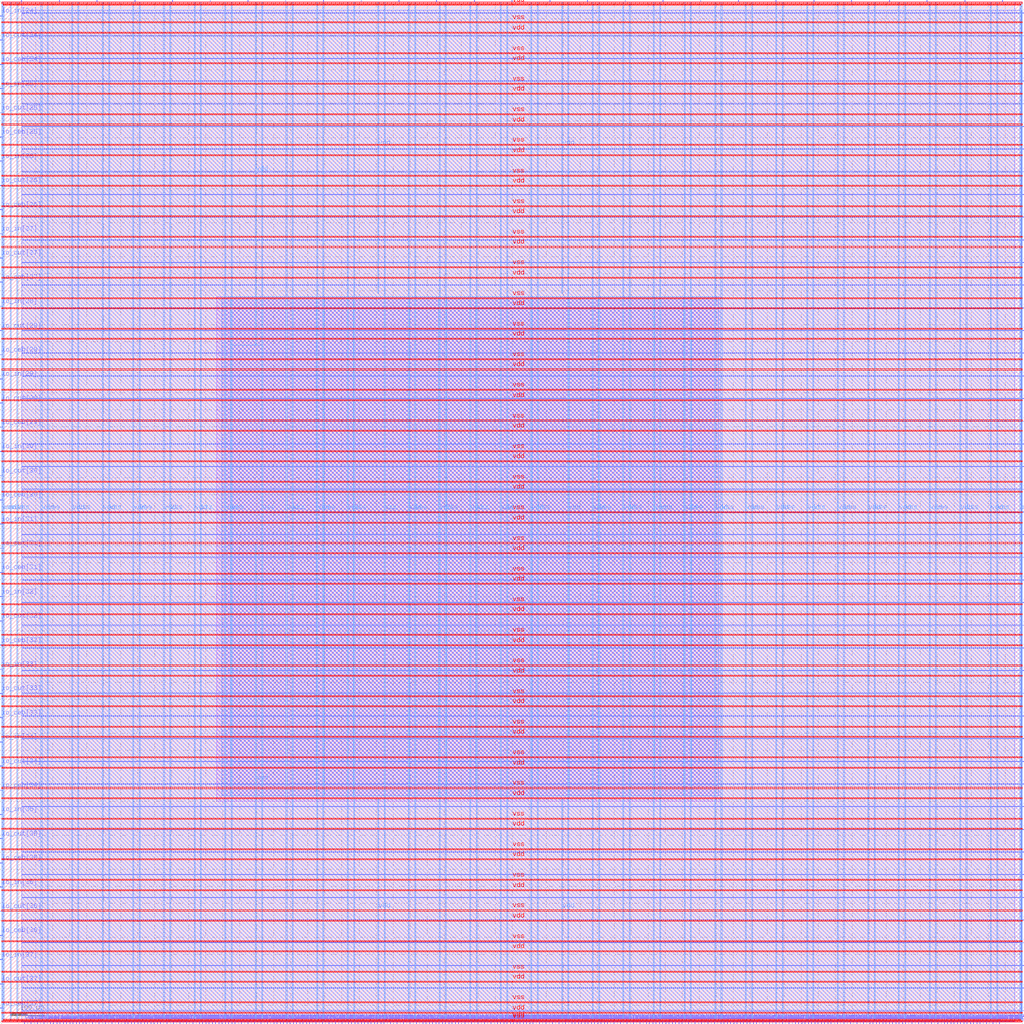
<source format=lef>
VERSION 5.7 ;
  NOWIREEXTENSIONATPIN ON ;
  DIVIDERCHAR "/" ;
  BUSBITCHARS "[]" ;
MACRO user_project_wrapper
  CLASS BLOCK ;
  FOREIGN user_project_wrapper ;
  ORIGIN 0.000 0.000 ;
  SIZE 3000.000 BY 3000.000 ;
  PIN io_in[0]
    DIRECTION INPUT ;
    USE SIGNAL ;
    PORT
      LAYER Metal3 ;
        RECT 2997.600 33.320 3004.800 34.440 ;
    END
  END io_in[0]
  PIN io_in[10]
    DIRECTION INPUT ;
    USE SIGNAL ;
    PORT
      LAYER Metal3 ;
        RECT 2997.600 2032.520 3004.800 2033.640 ;
    END
  END io_in[10]
  PIN io_in[11]
    DIRECTION INPUT ;
    USE SIGNAL ;
    PORT
      LAYER Metal3 ;
        RECT 2997.600 2232.440 3004.800 2233.560 ;
    END
  END io_in[11]
  PIN io_in[12]
    DIRECTION INPUT ;
    USE SIGNAL ;
    PORT
      LAYER Metal3 ;
        RECT 2997.600 2432.360 3004.800 2433.480 ;
    END
  END io_in[12]
  PIN io_in[13]
    DIRECTION INPUT ;
    USE SIGNAL ;
    PORT
      LAYER Metal3 ;
        RECT 2997.600 2632.280 3004.800 2633.400 ;
    END
  END io_in[13]
  PIN io_in[14]
    DIRECTION INPUT ;
    USE SIGNAL ;
    PORT
      LAYER Metal3 ;
        RECT 2997.600 2832.200 3004.800 2833.320 ;
    END
  END io_in[14]
  PIN io_in[15]
    DIRECTION INPUT ;
    USE SIGNAL ;
    PORT
      LAYER Metal2 ;
        RECT 2940.840 2997.600 2941.960 3004.800 ;
    END
  END io_in[15]
  PIN io_in[16]
    DIRECTION INPUT ;
    USE SIGNAL ;
    PORT
      LAYER Metal2 ;
        RECT 2608.200 2997.600 2609.320 3004.800 ;
    END
  END io_in[16]
  PIN io_in[17]
    DIRECTION INPUT ;
    USE SIGNAL ;
    PORT
      LAYER Metal2 ;
        RECT 2275.560 2997.600 2276.680 3004.800 ;
    END
  END io_in[17]
  PIN io_in[18]
    DIRECTION INPUT ;
    USE SIGNAL ;
    PORT
      LAYER Metal2 ;
        RECT 1942.920 2997.600 1944.040 3004.800 ;
    END
  END io_in[18]
  PIN io_in[19]
    DIRECTION INPUT ;
    USE SIGNAL ;
    PORT
      LAYER Metal2 ;
        RECT 1610.280 2997.600 1611.400 3004.800 ;
    END
  END io_in[19]
  PIN io_in[1]
    DIRECTION INPUT ;
    USE SIGNAL ;
    PORT
      LAYER Metal3 ;
        RECT 2997.600 233.240 3004.800 234.360 ;
    END
  END io_in[1]
  PIN io_in[20]
    DIRECTION INPUT ;
    USE SIGNAL ;
    PORT
      LAYER Metal2 ;
        RECT 1277.640 2997.600 1278.760 3004.800 ;
    END
  END io_in[20]
  PIN io_in[21]
    DIRECTION INPUT ;
    USE SIGNAL ;
    PORT
      LAYER Metal2 ;
        RECT 945.000 2997.600 946.120 3004.800 ;
    END
  END io_in[21]
  PIN io_in[22]
    DIRECTION INPUT ;
    USE SIGNAL ;
    PORT
      LAYER Metal2 ;
        RECT 612.360 2997.600 613.480 3004.800 ;
    END
  END io_in[22]
  PIN io_in[23]
    DIRECTION INPUT ;
    USE SIGNAL ;
    PORT
      LAYER Metal2 ;
        RECT 279.720 2997.600 280.840 3004.800 ;
    END
  END io_in[23]
  PIN io_in[24]
    DIRECTION INPUT ;
    USE SIGNAL ;
    PORT
      LAYER Metal3 ;
        RECT -4.800 2957.080 2.400 2958.200 ;
    END
  END io_in[24]
  PIN io_in[25]
    DIRECTION INPUT ;
    USE SIGNAL ;
    PORT
      LAYER Metal3 ;
        RECT -4.800 2743.720 2.400 2744.840 ;
    END
  END io_in[25]
  PIN io_in[26]
    DIRECTION INPUT ;
    USE SIGNAL ;
    PORT
      LAYER Metal3 ;
        RECT -4.800 2530.360 2.400 2531.480 ;
    END
  END io_in[26]
  PIN io_in[27]
    DIRECTION INPUT ;
    USE SIGNAL ;
    PORT
      LAYER Metal3 ;
        RECT -4.800 2317.000 2.400 2318.120 ;
    END
  END io_in[27]
  PIN io_in[28]
    DIRECTION INPUT ;
    USE SIGNAL ;
    PORT
      LAYER Metal3 ;
        RECT -4.800 2103.640 2.400 2104.760 ;
    END
  END io_in[28]
  PIN io_in[29]
    DIRECTION INPUT ;
    USE SIGNAL ;
    PORT
      LAYER Metal3 ;
        RECT -4.800 1890.280 2.400 1891.400 ;
    END
  END io_in[29]
  PIN io_in[2]
    DIRECTION INPUT ;
    USE SIGNAL ;
    PORT
      LAYER Metal3 ;
        RECT 2997.600 433.160 3004.800 434.280 ;
    END
  END io_in[2]
  PIN io_in[30]
    DIRECTION INPUT ;
    USE SIGNAL ;
    PORT
      LAYER Metal3 ;
        RECT -4.800 1676.920 2.400 1678.040 ;
    END
  END io_in[30]
  PIN io_in[31]
    DIRECTION INPUT ;
    USE SIGNAL ;
    PORT
      LAYER Metal3 ;
        RECT -4.800 1463.560 2.400 1464.680 ;
    END
  END io_in[31]
  PIN io_in[32]
    DIRECTION INPUT ;
    USE SIGNAL ;
    PORT
      LAYER Metal3 ;
        RECT -4.800 1250.200 2.400 1251.320 ;
    END
  END io_in[32]
  PIN io_in[33]
    DIRECTION INPUT ;
    USE SIGNAL ;
    PORT
      LAYER Metal3 ;
        RECT -4.800 1036.840 2.400 1037.960 ;
    END
  END io_in[33]
  PIN io_in[34]
    DIRECTION INPUT ;
    USE SIGNAL ;
    PORT
      LAYER Metal3 ;
        RECT -4.800 823.480 2.400 824.600 ;
    END
  END io_in[34]
  PIN io_in[35]
    DIRECTION INPUT ;
    USE SIGNAL ;
    PORT
      LAYER Metal3 ;
        RECT -4.800 610.120 2.400 611.240 ;
    END
  END io_in[35]
  PIN io_in[36]
    DIRECTION INPUT ;
    USE SIGNAL ;
    PORT
      LAYER Metal3 ;
        RECT -4.800 396.760 2.400 397.880 ;
    END
  END io_in[36]
  PIN io_in[37]
    DIRECTION INPUT ;
    USE SIGNAL ;
    PORT
      LAYER Metal3 ;
        RECT -4.800 183.400 2.400 184.520 ;
    END
  END io_in[37]
  PIN io_in[3]
    DIRECTION INPUT ;
    USE SIGNAL ;
    PORT
      LAYER Metal3 ;
        RECT 2997.600 633.080 3004.800 634.200 ;
    END
  END io_in[3]
  PIN io_in[4]
    DIRECTION INPUT ;
    USE SIGNAL ;
    PORT
      LAYER Metal3 ;
        RECT 2997.600 833.000 3004.800 834.120 ;
    END
  END io_in[4]
  PIN io_in[5]
    DIRECTION INPUT ;
    USE SIGNAL ;
    PORT
      LAYER Metal3 ;
        RECT 2997.600 1032.920 3004.800 1034.040 ;
    END
  END io_in[5]
  PIN io_in[6]
    DIRECTION INPUT ;
    USE SIGNAL ;
    PORT
      LAYER Metal3 ;
        RECT 2997.600 1232.840 3004.800 1233.960 ;
    END
  END io_in[6]
  PIN io_in[7]
    DIRECTION INPUT ;
    USE SIGNAL ;
    PORT
      LAYER Metal3 ;
        RECT 2997.600 1432.760 3004.800 1433.880 ;
    END
  END io_in[7]
  PIN io_in[8]
    DIRECTION INPUT ;
    USE SIGNAL ;
    PORT
      LAYER Metal3 ;
        RECT 2997.600 1632.680 3004.800 1633.800 ;
    END
  END io_in[8]
  PIN io_in[9]
    DIRECTION INPUT ;
    USE SIGNAL ;
    PORT
      LAYER Metal3 ;
        RECT 2997.600 1832.600 3004.800 1833.720 ;
    END
  END io_in[9]
  PIN io_oeb[0]
    DIRECTION OUTPUT TRISTATE ;
    USE SIGNAL ;
    PORT
      LAYER Metal3 ;
        RECT 2997.600 166.600 3004.800 167.720 ;
    END
  END io_oeb[0]
  PIN io_oeb[10]
    DIRECTION OUTPUT TRISTATE ;
    USE SIGNAL ;
    PORT
      LAYER Metal3 ;
        RECT 2997.600 2165.800 3004.800 2166.920 ;
    END
  END io_oeb[10]
  PIN io_oeb[11]
    DIRECTION OUTPUT TRISTATE ;
    USE SIGNAL ;
    PORT
      LAYER Metal3 ;
        RECT 2997.600 2365.720 3004.800 2366.840 ;
    END
  END io_oeb[11]
  PIN io_oeb[12]
    DIRECTION OUTPUT TRISTATE ;
    USE SIGNAL ;
    PORT
      LAYER Metal3 ;
        RECT 2997.600 2565.640 3004.800 2566.760 ;
    END
  END io_oeb[12]
  PIN io_oeb[13]
    DIRECTION OUTPUT TRISTATE ;
    USE SIGNAL ;
    PORT
      LAYER Metal3 ;
        RECT 2997.600 2765.560 3004.800 2766.680 ;
    END
  END io_oeb[13]
  PIN io_oeb[14]
    DIRECTION OUTPUT TRISTATE ;
    USE SIGNAL ;
    PORT
      LAYER Metal3 ;
        RECT 2997.600 2965.480 3004.800 2966.600 ;
    END
  END io_oeb[14]
  PIN io_oeb[15]
    DIRECTION OUTPUT TRISTATE ;
    USE SIGNAL ;
    PORT
      LAYER Metal2 ;
        RECT 2719.080 2997.600 2720.200 3004.800 ;
    END
  END io_oeb[15]
  PIN io_oeb[16]
    DIRECTION OUTPUT TRISTATE ;
    USE SIGNAL ;
    PORT
      LAYER Metal2 ;
        RECT 2386.440 2997.600 2387.560 3004.800 ;
    END
  END io_oeb[16]
  PIN io_oeb[17]
    DIRECTION OUTPUT TRISTATE ;
    USE SIGNAL ;
    PORT
      LAYER Metal2 ;
        RECT 2053.800 2997.600 2054.920 3004.800 ;
    END
  END io_oeb[17]
  PIN io_oeb[18]
    DIRECTION OUTPUT TRISTATE ;
    USE SIGNAL ;
    PORT
      LAYER Metal2 ;
        RECT 1721.160 2997.600 1722.280 3004.800 ;
    END
  END io_oeb[18]
  PIN io_oeb[19]
    DIRECTION OUTPUT TRISTATE ;
    USE SIGNAL ;
    PORT
      LAYER Metal2 ;
        RECT 1388.520 2997.600 1389.640 3004.800 ;
    END
  END io_oeb[19]
  PIN io_oeb[1]
    DIRECTION OUTPUT TRISTATE ;
    USE SIGNAL ;
    PORT
      LAYER Metal3 ;
        RECT 2997.600 366.520 3004.800 367.640 ;
    END
  END io_oeb[1]
  PIN io_oeb[20]
    DIRECTION OUTPUT TRISTATE ;
    USE SIGNAL ;
    PORT
      LAYER Metal2 ;
        RECT 1055.880 2997.600 1057.000 3004.800 ;
    END
  END io_oeb[20]
  PIN io_oeb[21]
    DIRECTION OUTPUT TRISTATE ;
    USE SIGNAL ;
    PORT
      LAYER Metal2 ;
        RECT 723.240 2997.600 724.360 3004.800 ;
    END
  END io_oeb[21]
  PIN io_oeb[22]
    DIRECTION OUTPUT TRISTATE ;
    USE SIGNAL ;
    PORT
      LAYER Metal2 ;
        RECT 390.600 2997.600 391.720 3004.800 ;
    END
  END io_oeb[22]
  PIN io_oeb[23]
    DIRECTION OUTPUT TRISTATE ;
    USE SIGNAL ;
    PORT
      LAYER Metal2 ;
        RECT 57.960 2997.600 59.080 3004.800 ;
    END
  END io_oeb[23]
  PIN io_oeb[24]
    DIRECTION OUTPUT TRISTATE ;
    USE SIGNAL ;
    PORT
      LAYER Metal3 ;
        RECT -4.800 2814.840 2.400 2815.960 ;
    END
  END io_oeb[24]
  PIN io_oeb[25]
    DIRECTION OUTPUT TRISTATE ;
    USE SIGNAL ;
    PORT
      LAYER Metal3 ;
        RECT -4.800 2601.480 2.400 2602.600 ;
    END
  END io_oeb[25]
  PIN io_oeb[26]
    DIRECTION OUTPUT TRISTATE ;
    USE SIGNAL ;
    PORT
      LAYER Metal3 ;
        RECT -4.800 2388.120 2.400 2389.240 ;
    END
  END io_oeb[26]
  PIN io_oeb[27]
    DIRECTION OUTPUT TRISTATE ;
    USE SIGNAL ;
    PORT
      LAYER Metal3 ;
        RECT -4.800 2174.760 2.400 2175.880 ;
    END
  END io_oeb[27]
  PIN io_oeb[28]
    DIRECTION OUTPUT TRISTATE ;
    USE SIGNAL ;
    PORT
      LAYER Metal3 ;
        RECT -4.800 1961.400 2.400 1962.520 ;
    END
  END io_oeb[28]
  PIN io_oeb[29]
    DIRECTION OUTPUT TRISTATE ;
    USE SIGNAL ;
    PORT
      LAYER Metal3 ;
        RECT -4.800 1748.040 2.400 1749.160 ;
    END
  END io_oeb[29]
  PIN io_oeb[2]
    DIRECTION OUTPUT TRISTATE ;
    USE SIGNAL ;
    PORT
      LAYER Metal3 ;
        RECT 2997.600 566.440 3004.800 567.560 ;
    END
  END io_oeb[2]
  PIN io_oeb[30]
    DIRECTION OUTPUT TRISTATE ;
    USE SIGNAL ;
    PORT
      LAYER Metal3 ;
        RECT -4.800 1534.680 2.400 1535.800 ;
    END
  END io_oeb[30]
  PIN io_oeb[31]
    DIRECTION OUTPUT TRISTATE ;
    USE SIGNAL ;
    PORT
      LAYER Metal3 ;
        RECT -4.800 1321.320 2.400 1322.440 ;
    END
  END io_oeb[31]
  PIN io_oeb[32]
    DIRECTION OUTPUT TRISTATE ;
    USE SIGNAL ;
    PORT
      LAYER Metal3 ;
        RECT -4.800 1107.960 2.400 1109.080 ;
    END
  END io_oeb[32]
  PIN io_oeb[33]
    DIRECTION OUTPUT TRISTATE ;
    USE SIGNAL ;
    PORT
      LAYER Metal3 ;
        RECT -4.800 894.600 2.400 895.720 ;
    END
  END io_oeb[33]
  PIN io_oeb[34]
    DIRECTION OUTPUT TRISTATE ;
    USE SIGNAL ;
    PORT
      LAYER Metal3 ;
        RECT -4.800 681.240 2.400 682.360 ;
    END
  END io_oeb[34]
  PIN io_oeb[35]
    DIRECTION OUTPUT TRISTATE ;
    USE SIGNAL ;
    PORT
      LAYER Metal3 ;
        RECT -4.800 467.880 2.400 469.000 ;
    END
  END io_oeb[35]
  PIN io_oeb[36]
    DIRECTION OUTPUT TRISTATE ;
    USE SIGNAL ;
    PORT
      LAYER Metal3 ;
        RECT -4.800 254.520 2.400 255.640 ;
    END
  END io_oeb[36]
  PIN io_oeb[37]
    DIRECTION OUTPUT TRISTATE ;
    USE SIGNAL ;
    PORT
      LAYER Metal3 ;
        RECT -4.800 41.160 2.400 42.280 ;
    END
  END io_oeb[37]
  PIN io_oeb[3]
    DIRECTION OUTPUT TRISTATE ;
    USE SIGNAL ;
    PORT
      LAYER Metal3 ;
        RECT 2997.600 766.360 3004.800 767.480 ;
    END
  END io_oeb[3]
  PIN io_oeb[4]
    DIRECTION OUTPUT TRISTATE ;
    USE SIGNAL ;
    PORT
      LAYER Metal3 ;
        RECT 2997.600 966.280 3004.800 967.400 ;
    END
  END io_oeb[4]
  PIN io_oeb[5]
    DIRECTION OUTPUT TRISTATE ;
    USE SIGNAL ;
    PORT
      LAYER Metal3 ;
        RECT 2997.600 1166.200 3004.800 1167.320 ;
    END
  END io_oeb[5]
  PIN io_oeb[6]
    DIRECTION OUTPUT TRISTATE ;
    USE SIGNAL ;
    PORT
      LAYER Metal3 ;
        RECT 2997.600 1366.120 3004.800 1367.240 ;
    END
  END io_oeb[6]
  PIN io_oeb[7]
    DIRECTION OUTPUT TRISTATE ;
    USE SIGNAL ;
    PORT
      LAYER Metal3 ;
        RECT 2997.600 1566.040 3004.800 1567.160 ;
    END
  END io_oeb[7]
  PIN io_oeb[8]
    DIRECTION OUTPUT TRISTATE ;
    USE SIGNAL ;
    PORT
      LAYER Metal3 ;
        RECT 2997.600 1765.960 3004.800 1767.080 ;
    END
  END io_oeb[8]
  PIN io_oeb[9]
    DIRECTION OUTPUT TRISTATE ;
    USE SIGNAL ;
    PORT
      LAYER Metal3 ;
        RECT 2997.600 1965.880 3004.800 1967.000 ;
    END
  END io_oeb[9]
  PIN io_out[0]
    DIRECTION OUTPUT TRISTATE ;
    USE SIGNAL ;
    PORT
      LAYER Metal3 ;
        RECT 2997.600 99.960 3004.800 101.080 ;
    END
  END io_out[0]
  PIN io_out[10]
    DIRECTION OUTPUT TRISTATE ;
    USE SIGNAL ;
    PORT
      LAYER Metal3 ;
        RECT 2997.600 2099.160 3004.800 2100.280 ;
    END
  END io_out[10]
  PIN io_out[11]
    DIRECTION OUTPUT TRISTATE ;
    USE SIGNAL ;
    PORT
      LAYER Metal3 ;
        RECT 2997.600 2299.080 3004.800 2300.200 ;
    END
  END io_out[11]
  PIN io_out[12]
    DIRECTION OUTPUT TRISTATE ;
    USE SIGNAL ;
    PORT
      LAYER Metal3 ;
        RECT 2997.600 2499.000 3004.800 2500.120 ;
    END
  END io_out[12]
  PIN io_out[13]
    DIRECTION OUTPUT TRISTATE ;
    USE SIGNAL ;
    PORT
      LAYER Metal3 ;
        RECT 2997.600 2698.920 3004.800 2700.040 ;
    END
  END io_out[13]
  PIN io_out[14]
    DIRECTION OUTPUT TRISTATE ;
    USE SIGNAL ;
    PORT
      LAYER Metal3 ;
        RECT 2997.600 2898.840 3004.800 2899.960 ;
    END
  END io_out[14]
  PIN io_out[15]
    DIRECTION OUTPUT TRISTATE ;
    USE SIGNAL ;
    PORT
      LAYER Metal2 ;
        RECT 2829.960 2997.600 2831.080 3004.800 ;
    END
  END io_out[15]
  PIN io_out[16]
    DIRECTION OUTPUT TRISTATE ;
    USE SIGNAL ;
    PORT
      LAYER Metal2 ;
        RECT 2497.320 2997.600 2498.440 3004.800 ;
    END
  END io_out[16]
  PIN io_out[17]
    DIRECTION OUTPUT TRISTATE ;
    USE SIGNAL ;
    PORT
      LAYER Metal2 ;
        RECT 2164.680 2997.600 2165.800 3004.800 ;
    END
  END io_out[17]
  PIN io_out[18]
    DIRECTION OUTPUT TRISTATE ;
    USE SIGNAL ;
    PORT
      LAYER Metal2 ;
        RECT 1832.040 2997.600 1833.160 3004.800 ;
    END
  END io_out[18]
  PIN io_out[19]
    DIRECTION OUTPUT TRISTATE ;
    USE SIGNAL ;
    PORT
      LAYER Metal2 ;
        RECT 1499.400 2997.600 1500.520 3004.800 ;
    END
  END io_out[19]
  PIN io_out[1]
    DIRECTION OUTPUT TRISTATE ;
    USE SIGNAL ;
    PORT
      LAYER Metal3 ;
        RECT 2997.600 299.880 3004.800 301.000 ;
    END
  END io_out[1]
  PIN io_out[20]
    DIRECTION OUTPUT TRISTATE ;
    USE SIGNAL ;
    PORT
      LAYER Metal2 ;
        RECT 1166.760 2997.600 1167.880 3004.800 ;
    END
  END io_out[20]
  PIN io_out[21]
    DIRECTION OUTPUT TRISTATE ;
    USE SIGNAL ;
    PORT
      LAYER Metal2 ;
        RECT 834.120 2997.600 835.240 3004.800 ;
    END
  END io_out[21]
  PIN io_out[22]
    DIRECTION OUTPUT TRISTATE ;
    USE SIGNAL ;
    PORT
      LAYER Metal2 ;
        RECT 501.480 2997.600 502.600 3004.800 ;
    END
  END io_out[22]
  PIN io_out[23]
    DIRECTION OUTPUT TRISTATE ;
    USE SIGNAL ;
    PORT
      LAYER Metal2 ;
        RECT 168.840 2997.600 169.960 3004.800 ;
    END
  END io_out[23]
  PIN io_out[24]
    DIRECTION OUTPUT TRISTATE ;
    USE SIGNAL ;
    PORT
      LAYER Metal3 ;
        RECT -4.800 2885.960 2.400 2887.080 ;
    END
  END io_out[24]
  PIN io_out[25]
    DIRECTION OUTPUT TRISTATE ;
    USE SIGNAL ;
    PORT
      LAYER Metal3 ;
        RECT -4.800 2672.600 2.400 2673.720 ;
    END
  END io_out[25]
  PIN io_out[26]
    DIRECTION OUTPUT TRISTATE ;
    USE SIGNAL ;
    PORT
      LAYER Metal3 ;
        RECT -4.800 2459.240 2.400 2460.360 ;
    END
  END io_out[26]
  PIN io_out[27]
    DIRECTION OUTPUT TRISTATE ;
    USE SIGNAL ;
    PORT
      LAYER Metal3 ;
        RECT -4.800 2245.880 2.400 2247.000 ;
    END
  END io_out[27]
  PIN io_out[28]
    DIRECTION OUTPUT TRISTATE ;
    USE SIGNAL ;
    PORT
      LAYER Metal3 ;
        RECT -4.800 2032.520 2.400 2033.640 ;
    END
  END io_out[28]
  PIN io_out[29]
    DIRECTION OUTPUT TRISTATE ;
    USE SIGNAL ;
    PORT
      LAYER Metal3 ;
        RECT -4.800 1819.160 2.400 1820.280 ;
    END
  END io_out[29]
  PIN io_out[2]
    DIRECTION OUTPUT TRISTATE ;
    USE SIGNAL ;
    PORT
      LAYER Metal3 ;
        RECT 2997.600 499.800 3004.800 500.920 ;
    END
  END io_out[2]
  PIN io_out[30]
    DIRECTION OUTPUT TRISTATE ;
    USE SIGNAL ;
    PORT
      LAYER Metal3 ;
        RECT -4.800 1605.800 2.400 1606.920 ;
    END
  END io_out[30]
  PIN io_out[31]
    DIRECTION OUTPUT TRISTATE ;
    USE SIGNAL ;
    PORT
      LAYER Metal3 ;
        RECT -4.800 1392.440 2.400 1393.560 ;
    END
  END io_out[31]
  PIN io_out[32]
    DIRECTION OUTPUT TRISTATE ;
    USE SIGNAL ;
    PORT
      LAYER Metal3 ;
        RECT -4.800 1179.080 2.400 1180.200 ;
    END
  END io_out[32]
  PIN io_out[33]
    DIRECTION OUTPUT TRISTATE ;
    USE SIGNAL ;
    PORT
      LAYER Metal3 ;
        RECT -4.800 965.720 2.400 966.840 ;
    END
  END io_out[33]
  PIN io_out[34]
    DIRECTION OUTPUT TRISTATE ;
    USE SIGNAL ;
    PORT
      LAYER Metal3 ;
        RECT -4.800 752.360 2.400 753.480 ;
    END
  END io_out[34]
  PIN io_out[35]
    DIRECTION OUTPUT TRISTATE ;
    USE SIGNAL ;
    PORT
      LAYER Metal3 ;
        RECT -4.800 539.000 2.400 540.120 ;
    END
  END io_out[35]
  PIN io_out[36]
    DIRECTION OUTPUT TRISTATE ;
    USE SIGNAL ;
    PORT
      LAYER Metal3 ;
        RECT -4.800 325.640 2.400 326.760 ;
    END
  END io_out[36]
  PIN io_out[37]
    DIRECTION OUTPUT TRISTATE ;
    USE SIGNAL ;
    PORT
      LAYER Metal3 ;
        RECT -4.800 112.280 2.400 113.400 ;
    END
  END io_out[37]
  PIN io_out[3]
    DIRECTION OUTPUT TRISTATE ;
    USE SIGNAL ;
    PORT
      LAYER Metal3 ;
        RECT 2997.600 699.720 3004.800 700.840 ;
    END
  END io_out[3]
  PIN io_out[4]
    DIRECTION OUTPUT TRISTATE ;
    USE SIGNAL ;
    PORT
      LAYER Metal3 ;
        RECT 2997.600 899.640 3004.800 900.760 ;
    END
  END io_out[4]
  PIN io_out[5]
    DIRECTION OUTPUT TRISTATE ;
    USE SIGNAL ;
    PORT
      LAYER Metal3 ;
        RECT 2997.600 1099.560 3004.800 1100.680 ;
    END
  END io_out[5]
  PIN io_out[6]
    DIRECTION OUTPUT TRISTATE ;
    USE SIGNAL ;
    PORT
      LAYER Metal3 ;
        RECT 2997.600 1299.480 3004.800 1300.600 ;
    END
  END io_out[6]
  PIN io_out[7]
    DIRECTION OUTPUT TRISTATE ;
    USE SIGNAL ;
    PORT
      LAYER Metal3 ;
        RECT 2997.600 1499.400 3004.800 1500.520 ;
    END
  END io_out[7]
  PIN io_out[8]
    DIRECTION OUTPUT TRISTATE ;
    USE SIGNAL ;
    PORT
      LAYER Metal3 ;
        RECT 2997.600 1699.320 3004.800 1700.440 ;
    END
  END io_out[8]
  PIN io_out[9]
    DIRECTION OUTPUT TRISTATE ;
    USE SIGNAL ;
    PORT
      LAYER Metal3 ;
        RECT 2997.600 1899.240 3004.800 1900.360 ;
    END
  END io_out[9]
  PIN la_data_in[0]
    DIRECTION INPUT ;
    USE SIGNAL ;
    PORT
      LAYER Metal2 ;
        RECT 1075.480 -4.800 1076.600 2.400 ;
    END
  END la_data_in[0]
  PIN la_data_in[10]
    DIRECTION INPUT ;
    USE SIGNAL ;
    PORT
      LAYER Metal2 ;
        RECT 1361.080 -4.800 1362.200 2.400 ;
    END
  END la_data_in[10]
  PIN la_data_in[11]
    DIRECTION INPUT ;
    USE SIGNAL ;
    PORT
      LAYER Metal2 ;
        RECT 1389.640 -4.800 1390.760 2.400 ;
    END
  END la_data_in[11]
  PIN la_data_in[12]
    DIRECTION INPUT ;
    USE SIGNAL ;
    PORT
      LAYER Metal2 ;
        RECT 1418.200 -4.800 1419.320 2.400 ;
    END
  END la_data_in[12]
  PIN la_data_in[13]
    DIRECTION INPUT ;
    USE SIGNAL ;
    PORT
      LAYER Metal2 ;
        RECT 1446.760 -4.800 1447.880 2.400 ;
    END
  END la_data_in[13]
  PIN la_data_in[14]
    DIRECTION INPUT ;
    USE SIGNAL ;
    PORT
      LAYER Metal2 ;
        RECT 1475.320 -4.800 1476.440 2.400 ;
    END
  END la_data_in[14]
  PIN la_data_in[15]
    DIRECTION INPUT ;
    USE SIGNAL ;
    PORT
      LAYER Metal2 ;
        RECT 1503.880 -4.800 1505.000 2.400 ;
    END
  END la_data_in[15]
  PIN la_data_in[16]
    DIRECTION INPUT ;
    USE SIGNAL ;
    PORT
      LAYER Metal2 ;
        RECT 1532.440 -4.800 1533.560 2.400 ;
    END
  END la_data_in[16]
  PIN la_data_in[17]
    DIRECTION INPUT ;
    USE SIGNAL ;
    PORT
      LAYER Metal2 ;
        RECT 1561.000 -4.800 1562.120 2.400 ;
    END
  END la_data_in[17]
  PIN la_data_in[18]
    DIRECTION INPUT ;
    USE SIGNAL ;
    PORT
      LAYER Metal2 ;
        RECT 1589.560 -4.800 1590.680 2.400 ;
    END
  END la_data_in[18]
  PIN la_data_in[19]
    DIRECTION INPUT ;
    USE SIGNAL ;
    PORT
      LAYER Metal2 ;
        RECT 1618.120 -4.800 1619.240 2.400 ;
    END
  END la_data_in[19]
  PIN la_data_in[1]
    DIRECTION INPUT ;
    USE SIGNAL ;
    PORT
      LAYER Metal2 ;
        RECT 1104.040 -4.800 1105.160 2.400 ;
    END
  END la_data_in[1]
  PIN la_data_in[20]
    DIRECTION INPUT ;
    USE SIGNAL ;
    PORT
      LAYER Metal2 ;
        RECT 1646.680 -4.800 1647.800 2.400 ;
    END
  END la_data_in[20]
  PIN la_data_in[21]
    DIRECTION INPUT ;
    USE SIGNAL ;
    PORT
      LAYER Metal2 ;
        RECT 1675.240 -4.800 1676.360 2.400 ;
    END
  END la_data_in[21]
  PIN la_data_in[22]
    DIRECTION INPUT ;
    USE SIGNAL ;
    PORT
      LAYER Metal2 ;
        RECT 1703.800 -4.800 1704.920 2.400 ;
    END
  END la_data_in[22]
  PIN la_data_in[23]
    DIRECTION INPUT ;
    USE SIGNAL ;
    PORT
      LAYER Metal2 ;
        RECT 1732.360 -4.800 1733.480 2.400 ;
    END
  END la_data_in[23]
  PIN la_data_in[24]
    DIRECTION INPUT ;
    USE SIGNAL ;
    PORT
      LAYER Metal2 ;
        RECT 1760.920 -4.800 1762.040 2.400 ;
    END
  END la_data_in[24]
  PIN la_data_in[25]
    DIRECTION INPUT ;
    USE SIGNAL ;
    PORT
      LAYER Metal2 ;
        RECT 1789.480 -4.800 1790.600 2.400 ;
    END
  END la_data_in[25]
  PIN la_data_in[26]
    DIRECTION INPUT ;
    USE SIGNAL ;
    PORT
      LAYER Metal2 ;
        RECT 1818.040 -4.800 1819.160 2.400 ;
    END
  END la_data_in[26]
  PIN la_data_in[27]
    DIRECTION INPUT ;
    USE SIGNAL ;
    PORT
      LAYER Metal2 ;
        RECT 1846.600 -4.800 1847.720 2.400 ;
    END
  END la_data_in[27]
  PIN la_data_in[28]
    DIRECTION INPUT ;
    USE SIGNAL ;
    PORT
      LAYER Metal2 ;
        RECT 1875.160 -4.800 1876.280 2.400 ;
    END
  END la_data_in[28]
  PIN la_data_in[29]
    DIRECTION INPUT ;
    USE SIGNAL ;
    PORT
      LAYER Metal2 ;
        RECT 1903.720 -4.800 1904.840 2.400 ;
    END
  END la_data_in[29]
  PIN la_data_in[2]
    DIRECTION INPUT ;
    USE SIGNAL ;
    PORT
      LAYER Metal2 ;
        RECT 1132.600 -4.800 1133.720 2.400 ;
    END
  END la_data_in[2]
  PIN la_data_in[30]
    DIRECTION INPUT ;
    USE SIGNAL ;
    PORT
      LAYER Metal2 ;
        RECT 1932.280 -4.800 1933.400 2.400 ;
    END
  END la_data_in[30]
  PIN la_data_in[31]
    DIRECTION INPUT ;
    USE SIGNAL ;
    PORT
      LAYER Metal2 ;
        RECT 1960.840 -4.800 1961.960 2.400 ;
    END
  END la_data_in[31]
  PIN la_data_in[32]
    DIRECTION INPUT ;
    USE SIGNAL ;
    PORT
      LAYER Metal2 ;
        RECT 1989.400 -4.800 1990.520 2.400 ;
    END
  END la_data_in[32]
  PIN la_data_in[33]
    DIRECTION INPUT ;
    USE SIGNAL ;
    PORT
      LAYER Metal2 ;
        RECT 2017.960 -4.800 2019.080 2.400 ;
    END
  END la_data_in[33]
  PIN la_data_in[34]
    DIRECTION INPUT ;
    USE SIGNAL ;
    PORT
      LAYER Metal2 ;
        RECT 2046.520 -4.800 2047.640 2.400 ;
    END
  END la_data_in[34]
  PIN la_data_in[35]
    DIRECTION INPUT ;
    USE SIGNAL ;
    PORT
      LAYER Metal2 ;
        RECT 2075.080 -4.800 2076.200 2.400 ;
    END
  END la_data_in[35]
  PIN la_data_in[36]
    DIRECTION INPUT ;
    USE SIGNAL ;
    PORT
      LAYER Metal2 ;
        RECT 2103.640 -4.800 2104.760 2.400 ;
    END
  END la_data_in[36]
  PIN la_data_in[37]
    DIRECTION INPUT ;
    USE SIGNAL ;
    PORT
      LAYER Metal2 ;
        RECT 2132.200 -4.800 2133.320 2.400 ;
    END
  END la_data_in[37]
  PIN la_data_in[38]
    DIRECTION INPUT ;
    USE SIGNAL ;
    PORT
      LAYER Metal2 ;
        RECT 2160.760 -4.800 2161.880 2.400 ;
    END
  END la_data_in[38]
  PIN la_data_in[39]
    DIRECTION INPUT ;
    USE SIGNAL ;
    PORT
      LAYER Metal2 ;
        RECT 2189.320 -4.800 2190.440 2.400 ;
    END
  END la_data_in[39]
  PIN la_data_in[3]
    DIRECTION INPUT ;
    USE SIGNAL ;
    PORT
      LAYER Metal2 ;
        RECT 1161.160 -4.800 1162.280 2.400 ;
    END
  END la_data_in[3]
  PIN la_data_in[40]
    DIRECTION INPUT ;
    USE SIGNAL ;
    PORT
      LAYER Metal2 ;
        RECT 2217.880 -4.800 2219.000 2.400 ;
    END
  END la_data_in[40]
  PIN la_data_in[41]
    DIRECTION INPUT ;
    USE SIGNAL ;
    PORT
      LAYER Metal2 ;
        RECT 2246.440 -4.800 2247.560 2.400 ;
    END
  END la_data_in[41]
  PIN la_data_in[42]
    DIRECTION INPUT ;
    USE SIGNAL ;
    PORT
      LAYER Metal2 ;
        RECT 2275.000 -4.800 2276.120 2.400 ;
    END
  END la_data_in[42]
  PIN la_data_in[43]
    DIRECTION INPUT ;
    USE SIGNAL ;
    PORT
      LAYER Metal2 ;
        RECT 2303.560 -4.800 2304.680 2.400 ;
    END
  END la_data_in[43]
  PIN la_data_in[44]
    DIRECTION INPUT ;
    USE SIGNAL ;
    PORT
      LAYER Metal2 ;
        RECT 2332.120 -4.800 2333.240 2.400 ;
    END
  END la_data_in[44]
  PIN la_data_in[45]
    DIRECTION INPUT ;
    USE SIGNAL ;
    PORT
      LAYER Metal2 ;
        RECT 2360.680 -4.800 2361.800 2.400 ;
    END
  END la_data_in[45]
  PIN la_data_in[46]
    DIRECTION INPUT ;
    USE SIGNAL ;
    PORT
      LAYER Metal2 ;
        RECT 2389.240 -4.800 2390.360 2.400 ;
    END
  END la_data_in[46]
  PIN la_data_in[47]
    DIRECTION INPUT ;
    USE SIGNAL ;
    PORT
      LAYER Metal2 ;
        RECT 2417.800 -4.800 2418.920 2.400 ;
    END
  END la_data_in[47]
  PIN la_data_in[48]
    DIRECTION INPUT ;
    USE SIGNAL ;
    PORT
      LAYER Metal2 ;
        RECT 2446.360 -4.800 2447.480 2.400 ;
    END
  END la_data_in[48]
  PIN la_data_in[49]
    DIRECTION INPUT ;
    USE SIGNAL ;
    PORT
      LAYER Metal2 ;
        RECT 2474.920 -4.800 2476.040 2.400 ;
    END
  END la_data_in[49]
  PIN la_data_in[4]
    DIRECTION INPUT ;
    USE SIGNAL ;
    PORT
      LAYER Metal2 ;
        RECT 1189.720 -4.800 1190.840 2.400 ;
    END
  END la_data_in[4]
  PIN la_data_in[50]
    DIRECTION INPUT ;
    USE SIGNAL ;
    PORT
      LAYER Metal2 ;
        RECT 2503.480 -4.800 2504.600 2.400 ;
    END
  END la_data_in[50]
  PIN la_data_in[51]
    DIRECTION INPUT ;
    USE SIGNAL ;
    PORT
      LAYER Metal2 ;
        RECT 2532.040 -4.800 2533.160 2.400 ;
    END
  END la_data_in[51]
  PIN la_data_in[52]
    DIRECTION INPUT ;
    USE SIGNAL ;
    PORT
      LAYER Metal2 ;
        RECT 2560.600 -4.800 2561.720 2.400 ;
    END
  END la_data_in[52]
  PIN la_data_in[53]
    DIRECTION INPUT ;
    USE SIGNAL ;
    PORT
      LAYER Metal2 ;
        RECT 2589.160 -4.800 2590.280 2.400 ;
    END
  END la_data_in[53]
  PIN la_data_in[54]
    DIRECTION INPUT ;
    USE SIGNAL ;
    PORT
      LAYER Metal2 ;
        RECT 2617.720 -4.800 2618.840 2.400 ;
    END
  END la_data_in[54]
  PIN la_data_in[55]
    DIRECTION INPUT ;
    USE SIGNAL ;
    PORT
      LAYER Metal2 ;
        RECT 2646.280 -4.800 2647.400 2.400 ;
    END
  END la_data_in[55]
  PIN la_data_in[56]
    DIRECTION INPUT ;
    USE SIGNAL ;
    PORT
      LAYER Metal2 ;
        RECT 2674.840 -4.800 2675.960 2.400 ;
    END
  END la_data_in[56]
  PIN la_data_in[57]
    DIRECTION INPUT ;
    USE SIGNAL ;
    PORT
      LAYER Metal2 ;
        RECT 2703.400 -4.800 2704.520 2.400 ;
    END
  END la_data_in[57]
  PIN la_data_in[58]
    DIRECTION INPUT ;
    USE SIGNAL ;
    PORT
      LAYER Metal2 ;
        RECT 2731.960 -4.800 2733.080 2.400 ;
    END
  END la_data_in[58]
  PIN la_data_in[59]
    DIRECTION INPUT ;
    USE SIGNAL ;
    PORT
      LAYER Metal2 ;
        RECT 2760.520 -4.800 2761.640 2.400 ;
    END
  END la_data_in[59]
  PIN la_data_in[5]
    DIRECTION INPUT ;
    USE SIGNAL ;
    PORT
      LAYER Metal2 ;
        RECT 1218.280 -4.800 1219.400 2.400 ;
    END
  END la_data_in[5]
  PIN la_data_in[60]
    DIRECTION INPUT ;
    USE SIGNAL ;
    PORT
      LAYER Metal2 ;
        RECT 2789.080 -4.800 2790.200 2.400 ;
    END
  END la_data_in[60]
  PIN la_data_in[61]
    DIRECTION INPUT ;
    USE SIGNAL ;
    PORT
      LAYER Metal2 ;
        RECT 2817.640 -4.800 2818.760 2.400 ;
    END
  END la_data_in[61]
  PIN la_data_in[62]
    DIRECTION INPUT ;
    USE SIGNAL ;
    PORT
      LAYER Metal2 ;
        RECT 2846.200 -4.800 2847.320 2.400 ;
    END
  END la_data_in[62]
  PIN la_data_in[63]
    DIRECTION INPUT ;
    USE SIGNAL ;
    PORT
      LAYER Metal2 ;
        RECT 2874.760 -4.800 2875.880 2.400 ;
    END
  END la_data_in[63]
  PIN la_data_in[6]
    DIRECTION INPUT ;
    USE SIGNAL ;
    PORT
      LAYER Metal2 ;
        RECT 1246.840 -4.800 1247.960 2.400 ;
    END
  END la_data_in[6]
  PIN la_data_in[7]
    DIRECTION INPUT ;
    USE SIGNAL ;
    PORT
      LAYER Metal2 ;
        RECT 1275.400 -4.800 1276.520 2.400 ;
    END
  END la_data_in[7]
  PIN la_data_in[8]
    DIRECTION INPUT ;
    USE SIGNAL ;
    PORT
      LAYER Metal2 ;
        RECT 1303.960 -4.800 1305.080 2.400 ;
    END
  END la_data_in[8]
  PIN la_data_in[9]
    DIRECTION INPUT ;
    USE SIGNAL ;
    PORT
      LAYER Metal2 ;
        RECT 1332.520 -4.800 1333.640 2.400 ;
    END
  END la_data_in[9]
  PIN la_data_out[0]
    DIRECTION OUTPUT TRISTATE ;
    USE SIGNAL ;
    PORT
      LAYER Metal2 ;
        RECT 1085.000 -4.800 1086.120 2.400 ;
    END
  END la_data_out[0]
  PIN la_data_out[10]
    DIRECTION OUTPUT TRISTATE ;
    USE SIGNAL ;
    PORT
      LAYER Metal2 ;
        RECT 1370.600 -4.800 1371.720 2.400 ;
    END
  END la_data_out[10]
  PIN la_data_out[11]
    DIRECTION OUTPUT TRISTATE ;
    USE SIGNAL ;
    PORT
      LAYER Metal2 ;
        RECT 1399.160 -4.800 1400.280 2.400 ;
    END
  END la_data_out[11]
  PIN la_data_out[12]
    DIRECTION OUTPUT TRISTATE ;
    USE SIGNAL ;
    PORT
      LAYER Metal2 ;
        RECT 1427.720 -4.800 1428.840 2.400 ;
    END
  END la_data_out[12]
  PIN la_data_out[13]
    DIRECTION OUTPUT TRISTATE ;
    USE SIGNAL ;
    PORT
      LAYER Metal2 ;
        RECT 1456.280 -4.800 1457.400 2.400 ;
    END
  END la_data_out[13]
  PIN la_data_out[14]
    DIRECTION OUTPUT TRISTATE ;
    USE SIGNAL ;
    PORT
      LAYER Metal2 ;
        RECT 1484.840 -4.800 1485.960 2.400 ;
    END
  END la_data_out[14]
  PIN la_data_out[15]
    DIRECTION OUTPUT TRISTATE ;
    USE SIGNAL ;
    PORT
      LAYER Metal2 ;
        RECT 1513.400 -4.800 1514.520 2.400 ;
    END
  END la_data_out[15]
  PIN la_data_out[16]
    DIRECTION OUTPUT TRISTATE ;
    USE SIGNAL ;
    PORT
      LAYER Metal2 ;
        RECT 1541.960 -4.800 1543.080 2.400 ;
    END
  END la_data_out[16]
  PIN la_data_out[17]
    DIRECTION OUTPUT TRISTATE ;
    USE SIGNAL ;
    PORT
      LAYER Metal2 ;
        RECT 1570.520 -4.800 1571.640 2.400 ;
    END
  END la_data_out[17]
  PIN la_data_out[18]
    DIRECTION OUTPUT TRISTATE ;
    USE SIGNAL ;
    PORT
      LAYER Metal2 ;
        RECT 1599.080 -4.800 1600.200 2.400 ;
    END
  END la_data_out[18]
  PIN la_data_out[19]
    DIRECTION OUTPUT TRISTATE ;
    USE SIGNAL ;
    PORT
      LAYER Metal2 ;
        RECT 1627.640 -4.800 1628.760 2.400 ;
    END
  END la_data_out[19]
  PIN la_data_out[1]
    DIRECTION OUTPUT TRISTATE ;
    USE SIGNAL ;
    PORT
      LAYER Metal2 ;
        RECT 1113.560 -4.800 1114.680 2.400 ;
    END
  END la_data_out[1]
  PIN la_data_out[20]
    DIRECTION OUTPUT TRISTATE ;
    USE SIGNAL ;
    PORT
      LAYER Metal2 ;
        RECT 1656.200 -4.800 1657.320 2.400 ;
    END
  END la_data_out[20]
  PIN la_data_out[21]
    DIRECTION OUTPUT TRISTATE ;
    USE SIGNAL ;
    PORT
      LAYER Metal2 ;
        RECT 1684.760 -4.800 1685.880 2.400 ;
    END
  END la_data_out[21]
  PIN la_data_out[22]
    DIRECTION OUTPUT TRISTATE ;
    USE SIGNAL ;
    PORT
      LAYER Metal2 ;
        RECT 1713.320 -4.800 1714.440 2.400 ;
    END
  END la_data_out[22]
  PIN la_data_out[23]
    DIRECTION OUTPUT TRISTATE ;
    USE SIGNAL ;
    PORT
      LAYER Metal2 ;
        RECT 1741.880 -4.800 1743.000 2.400 ;
    END
  END la_data_out[23]
  PIN la_data_out[24]
    DIRECTION OUTPUT TRISTATE ;
    USE SIGNAL ;
    PORT
      LAYER Metal2 ;
        RECT 1770.440 -4.800 1771.560 2.400 ;
    END
  END la_data_out[24]
  PIN la_data_out[25]
    DIRECTION OUTPUT TRISTATE ;
    USE SIGNAL ;
    PORT
      LAYER Metal2 ;
        RECT 1799.000 -4.800 1800.120 2.400 ;
    END
  END la_data_out[25]
  PIN la_data_out[26]
    DIRECTION OUTPUT TRISTATE ;
    USE SIGNAL ;
    PORT
      LAYER Metal2 ;
        RECT 1827.560 -4.800 1828.680 2.400 ;
    END
  END la_data_out[26]
  PIN la_data_out[27]
    DIRECTION OUTPUT TRISTATE ;
    USE SIGNAL ;
    PORT
      LAYER Metal2 ;
        RECT 1856.120 -4.800 1857.240 2.400 ;
    END
  END la_data_out[27]
  PIN la_data_out[28]
    DIRECTION OUTPUT TRISTATE ;
    USE SIGNAL ;
    PORT
      LAYER Metal2 ;
        RECT 1884.680 -4.800 1885.800 2.400 ;
    END
  END la_data_out[28]
  PIN la_data_out[29]
    DIRECTION OUTPUT TRISTATE ;
    USE SIGNAL ;
    PORT
      LAYER Metal2 ;
        RECT 1913.240 -4.800 1914.360 2.400 ;
    END
  END la_data_out[29]
  PIN la_data_out[2]
    DIRECTION OUTPUT TRISTATE ;
    USE SIGNAL ;
    PORT
      LAYER Metal2 ;
        RECT 1142.120 -4.800 1143.240 2.400 ;
    END
  END la_data_out[2]
  PIN la_data_out[30]
    DIRECTION OUTPUT TRISTATE ;
    USE SIGNAL ;
    PORT
      LAYER Metal2 ;
        RECT 1941.800 -4.800 1942.920 2.400 ;
    END
  END la_data_out[30]
  PIN la_data_out[31]
    DIRECTION OUTPUT TRISTATE ;
    USE SIGNAL ;
    PORT
      LAYER Metal2 ;
        RECT 1970.360 -4.800 1971.480 2.400 ;
    END
  END la_data_out[31]
  PIN la_data_out[32]
    DIRECTION OUTPUT TRISTATE ;
    USE SIGNAL ;
    PORT
      LAYER Metal2 ;
        RECT 1998.920 -4.800 2000.040 2.400 ;
    END
  END la_data_out[32]
  PIN la_data_out[33]
    DIRECTION OUTPUT TRISTATE ;
    USE SIGNAL ;
    PORT
      LAYER Metal2 ;
        RECT 2027.480 -4.800 2028.600 2.400 ;
    END
  END la_data_out[33]
  PIN la_data_out[34]
    DIRECTION OUTPUT TRISTATE ;
    USE SIGNAL ;
    PORT
      LAYER Metal2 ;
        RECT 2056.040 -4.800 2057.160 2.400 ;
    END
  END la_data_out[34]
  PIN la_data_out[35]
    DIRECTION OUTPUT TRISTATE ;
    USE SIGNAL ;
    PORT
      LAYER Metal2 ;
        RECT 2084.600 -4.800 2085.720 2.400 ;
    END
  END la_data_out[35]
  PIN la_data_out[36]
    DIRECTION OUTPUT TRISTATE ;
    USE SIGNAL ;
    PORT
      LAYER Metal2 ;
        RECT 2113.160 -4.800 2114.280 2.400 ;
    END
  END la_data_out[36]
  PIN la_data_out[37]
    DIRECTION OUTPUT TRISTATE ;
    USE SIGNAL ;
    PORT
      LAYER Metal2 ;
        RECT 2141.720 -4.800 2142.840 2.400 ;
    END
  END la_data_out[37]
  PIN la_data_out[38]
    DIRECTION OUTPUT TRISTATE ;
    USE SIGNAL ;
    PORT
      LAYER Metal2 ;
        RECT 2170.280 -4.800 2171.400 2.400 ;
    END
  END la_data_out[38]
  PIN la_data_out[39]
    DIRECTION OUTPUT TRISTATE ;
    USE SIGNAL ;
    PORT
      LAYER Metal2 ;
        RECT 2198.840 -4.800 2199.960 2.400 ;
    END
  END la_data_out[39]
  PIN la_data_out[3]
    DIRECTION OUTPUT TRISTATE ;
    USE SIGNAL ;
    PORT
      LAYER Metal2 ;
        RECT 1170.680 -4.800 1171.800 2.400 ;
    END
  END la_data_out[3]
  PIN la_data_out[40]
    DIRECTION OUTPUT TRISTATE ;
    USE SIGNAL ;
    PORT
      LAYER Metal2 ;
        RECT 2227.400 -4.800 2228.520 2.400 ;
    END
  END la_data_out[40]
  PIN la_data_out[41]
    DIRECTION OUTPUT TRISTATE ;
    USE SIGNAL ;
    PORT
      LAYER Metal2 ;
        RECT 2255.960 -4.800 2257.080 2.400 ;
    END
  END la_data_out[41]
  PIN la_data_out[42]
    DIRECTION OUTPUT TRISTATE ;
    USE SIGNAL ;
    PORT
      LAYER Metal2 ;
        RECT 2284.520 -4.800 2285.640 2.400 ;
    END
  END la_data_out[42]
  PIN la_data_out[43]
    DIRECTION OUTPUT TRISTATE ;
    USE SIGNAL ;
    PORT
      LAYER Metal2 ;
        RECT 2313.080 -4.800 2314.200 2.400 ;
    END
  END la_data_out[43]
  PIN la_data_out[44]
    DIRECTION OUTPUT TRISTATE ;
    USE SIGNAL ;
    PORT
      LAYER Metal2 ;
        RECT 2341.640 -4.800 2342.760 2.400 ;
    END
  END la_data_out[44]
  PIN la_data_out[45]
    DIRECTION OUTPUT TRISTATE ;
    USE SIGNAL ;
    PORT
      LAYER Metal2 ;
        RECT 2370.200 -4.800 2371.320 2.400 ;
    END
  END la_data_out[45]
  PIN la_data_out[46]
    DIRECTION OUTPUT TRISTATE ;
    USE SIGNAL ;
    PORT
      LAYER Metal2 ;
        RECT 2398.760 -4.800 2399.880 2.400 ;
    END
  END la_data_out[46]
  PIN la_data_out[47]
    DIRECTION OUTPUT TRISTATE ;
    USE SIGNAL ;
    PORT
      LAYER Metal2 ;
        RECT 2427.320 -4.800 2428.440 2.400 ;
    END
  END la_data_out[47]
  PIN la_data_out[48]
    DIRECTION OUTPUT TRISTATE ;
    USE SIGNAL ;
    PORT
      LAYER Metal2 ;
        RECT 2455.880 -4.800 2457.000 2.400 ;
    END
  END la_data_out[48]
  PIN la_data_out[49]
    DIRECTION OUTPUT TRISTATE ;
    USE SIGNAL ;
    PORT
      LAYER Metal2 ;
        RECT 2484.440 -4.800 2485.560 2.400 ;
    END
  END la_data_out[49]
  PIN la_data_out[4]
    DIRECTION OUTPUT TRISTATE ;
    USE SIGNAL ;
    PORT
      LAYER Metal2 ;
        RECT 1199.240 -4.800 1200.360 2.400 ;
    END
  END la_data_out[4]
  PIN la_data_out[50]
    DIRECTION OUTPUT TRISTATE ;
    USE SIGNAL ;
    PORT
      LAYER Metal2 ;
        RECT 2513.000 -4.800 2514.120 2.400 ;
    END
  END la_data_out[50]
  PIN la_data_out[51]
    DIRECTION OUTPUT TRISTATE ;
    USE SIGNAL ;
    PORT
      LAYER Metal2 ;
        RECT 2541.560 -4.800 2542.680 2.400 ;
    END
  END la_data_out[51]
  PIN la_data_out[52]
    DIRECTION OUTPUT TRISTATE ;
    USE SIGNAL ;
    PORT
      LAYER Metal2 ;
        RECT 2570.120 -4.800 2571.240 2.400 ;
    END
  END la_data_out[52]
  PIN la_data_out[53]
    DIRECTION OUTPUT TRISTATE ;
    USE SIGNAL ;
    PORT
      LAYER Metal2 ;
        RECT 2598.680 -4.800 2599.800 2.400 ;
    END
  END la_data_out[53]
  PIN la_data_out[54]
    DIRECTION OUTPUT TRISTATE ;
    USE SIGNAL ;
    PORT
      LAYER Metal2 ;
        RECT 2627.240 -4.800 2628.360 2.400 ;
    END
  END la_data_out[54]
  PIN la_data_out[55]
    DIRECTION OUTPUT TRISTATE ;
    USE SIGNAL ;
    PORT
      LAYER Metal2 ;
        RECT 2655.800 -4.800 2656.920 2.400 ;
    END
  END la_data_out[55]
  PIN la_data_out[56]
    DIRECTION OUTPUT TRISTATE ;
    USE SIGNAL ;
    PORT
      LAYER Metal2 ;
        RECT 2684.360 -4.800 2685.480 2.400 ;
    END
  END la_data_out[56]
  PIN la_data_out[57]
    DIRECTION OUTPUT TRISTATE ;
    USE SIGNAL ;
    PORT
      LAYER Metal2 ;
        RECT 2712.920 -4.800 2714.040 2.400 ;
    END
  END la_data_out[57]
  PIN la_data_out[58]
    DIRECTION OUTPUT TRISTATE ;
    USE SIGNAL ;
    PORT
      LAYER Metal2 ;
        RECT 2741.480 -4.800 2742.600 2.400 ;
    END
  END la_data_out[58]
  PIN la_data_out[59]
    DIRECTION OUTPUT TRISTATE ;
    USE SIGNAL ;
    PORT
      LAYER Metal2 ;
        RECT 2770.040 -4.800 2771.160 2.400 ;
    END
  END la_data_out[59]
  PIN la_data_out[5]
    DIRECTION OUTPUT TRISTATE ;
    USE SIGNAL ;
    PORT
      LAYER Metal2 ;
        RECT 1227.800 -4.800 1228.920 2.400 ;
    END
  END la_data_out[5]
  PIN la_data_out[60]
    DIRECTION OUTPUT TRISTATE ;
    USE SIGNAL ;
    PORT
      LAYER Metal2 ;
        RECT 2798.600 -4.800 2799.720 2.400 ;
    END
  END la_data_out[60]
  PIN la_data_out[61]
    DIRECTION OUTPUT TRISTATE ;
    USE SIGNAL ;
    PORT
      LAYER Metal2 ;
        RECT 2827.160 -4.800 2828.280 2.400 ;
    END
  END la_data_out[61]
  PIN la_data_out[62]
    DIRECTION OUTPUT TRISTATE ;
    USE SIGNAL ;
    PORT
      LAYER Metal2 ;
        RECT 2855.720 -4.800 2856.840 2.400 ;
    END
  END la_data_out[62]
  PIN la_data_out[63]
    DIRECTION OUTPUT TRISTATE ;
    USE SIGNAL ;
    PORT
      LAYER Metal2 ;
        RECT 2884.280 -4.800 2885.400 2.400 ;
    END
  END la_data_out[63]
  PIN la_data_out[6]
    DIRECTION OUTPUT TRISTATE ;
    USE SIGNAL ;
    PORT
      LAYER Metal2 ;
        RECT 1256.360 -4.800 1257.480 2.400 ;
    END
  END la_data_out[6]
  PIN la_data_out[7]
    DIRECTION OUTPUT TRISTATE ;
    USE SIGNAL ;
    PORT
      LAYER Metal2 ;
        RECT 1284.920 -4.800 1286.040 2.400 ;
    END
  END la_data_out[7]
  PIN la_data_out[8]
    DIRECTION OUTPUT TRISTATE ;
    USE SIGNAL ;
    PORT
      LAYER Metal2 ;
        RECT 1313.480 -4.800 1314.600 2.400 ;
    END
  END la_data_out[8]
  PIN la_data_out[9]
    DIRECTION OUTPUT TRISTATE ;
    USE SIGNAL ;
    PORT
      LAYER Metal2 ;
        RECT 1342.040 -4.800 1343.160 2.400 ;
    END
  END la_data_out[9]
  PIN la_oenb[0]
    DIRECTION INPUT ;
    USE SIGNAL ;
    PORT
      LAYER Metal2 ;
        RECT 1094.520 -4.800 1095.640 2.400 ;
    END
  END la_oenb[0]
  PIN la_oenb[10]
    DIRECTION INPUT ;
    USE SIGNAL ;
    PORT
      LAYER Metal2 ;
        RECT 1380.120 -4.800 1381.240 2.400 ;
    END
  END la_oenb[10]
  PIN la_oenb[11]
    DIRECTION INPUT ;
    USE SIGNAL ;
    PORT
      LAYER Metal2 ;
        RECT 1408.680 -4.800 1409.800 2.400 ;
    END
  END la_oenb[11]
  PIN la_oenb[12]
    DIRECTION INPUT ;
    USE SIGNAL ;
    PORT
      LAYER Metal2 ;
        RECT 1437.240 -4.800 1438.360 2.400 ;
    END
  END la_oenb[12]
  PIN la_oenb[13]
    DIRECTION INPUT ;
    USE SIGNAL ;
    PORT
      LAYER Metal2 ;
        RECT 1465.800 -4.800 1466.920 2.400 ;
    END
  END la_oenb[13]
  PIN la_oenb[14]
    DIRECTION INPUT ;
    USE SIGNAL ;
    PORT
      LAYER Metal2 ;
        RECT 1494.360 -4.800 1495.480 2.400 ;
    END
  END la_oenb[14]
  PIN la_oenb[15]
    DIRECTION INPUT ;
    USE SIGNAL ;
    PORT
      LAYER Metal2 ;
        RECT 1522.920 -4.800 1524.040 2.400 ;
    END
  END la_oenb[15]
  PIN la_oenb[16]
    DIRECTION INPUT ;
    USE SIGNAL ;
    PORT
      LAYER Metal2 ;
        RECT 1551.480 -4.800 1552.600 2.400 ;
    END
  END la_oenb[16]
  PIN la_oenb[17]
    DIRECTION INPUT ;
    USE SIGNAL ;
    PORT
      LAYER Metal2 ;
        RECT 1580.040 -4.800 1581.160 2.400 ;
    END
  END la_oenb[17]
  PIN la_oenb[18]
    DIRECTION INPUT ;
    USE SIGNAL ;
    PORT
      LAYER Metal2 ;
        RECT 1608.600 -4.800 1609.720 2.400 ;
    END
  END la_oenb[18]
  PIN la_oenb[19]
    DIRECTION INPUT ;
    USE SIGNAL ;
    PORT
      LAYER Metal2 ;
        RECT 1637.160 -4.800 1638.280 2.400 ;
    END
  END la_oenb[19]
  PIN la_oenb[1]
    DIRECTION INPUT ;
    USE SIGNAL ;
    PORT
      LAYER Metal2 ;
        RECT 1123.080 -4.800 1124.200 2.400 ;
    END
  END la_oenb[1]
  PIN la_oenb[20]
    DIRECTION INPUT ;
    USE SIGNAL ;
    PORT
      LAYER Metal2 ;
        RECT 1665.720 -4.800 1666.840 2.400 ;
    END
  END la_oenb[20]
  PIN la_oenb[21]
    DIRECTION INPUT ;
    USE SIGNAL ;
    PORT
      LAYER Metal2 ;
        RECT 1694.280 -4.800 1695.400 2.400 ;
    END
  END la_oenb[21]
  PIN la_oenb[22]
    DIRECTION INPUT ;
    USE SIGNAL ;
    PORT
      LAYER Metal2 ;
        RECT 1722.840 -4.800 1723.960 2.400 ;
    END
  END la_oenb[22]
  PIN la_oenb[23]
    DIRECTION INPUT ;
    USE SIGNAL ;
    PORT
      LAYER Metal2 ;
        RECT 1751.400 -4.800 1752.520 2.400 ;
    END
  END la_oenb[23]
  PIN la_oenb[24]
    DIRECTION INPUT ;
    USE SIGNAL ;
    PORT
      LAYER Metal2 ;
        RECT 1779.960 -4.800 1781.080 2.400 ;
    END
  END la_oenb[24]
  PIN la_oenb[25]
    DIRECTION INPUT ;
    USE SIGNAL ;
    PORT
      LAYER Metal2 ;
        RECT 1808.520 -4.800 1809.640 2.400 ;
    END
  END la_oenb[25]
  PIN la_oenb[26]
    DIRECTION INPUT ;
    USE SIGNAL ;
    PORT
      LAYER Metal2 ;
        RECT 1837.080 -4.800 1838.200 2.400 ;
    END
  END la_oenb[26]
  PIN la_oenb[27]
    DIRECTION INPUT ;
    USE SIGNAL ;
    PORT
      LAYER Metal2 ;
        RECT 1865.640 -4.800 1866.760 2.400 ;
    END
  END la_oenb[27]
  PIN la_oenb[28]
    DIRECTION INPUT ;
    USE SIGNAL ;
    PORT
      LAYER Metal2 ;
        RECT 1894.200 -4.800 1895.320 2.400 ;
    END
  END la_oenb[28]
  PIN la_oenb[29]
    DIRECTION INPUT ;
    USE SIGNAL ;
    PORT
      LAYER Metal2 ;
        RECT 1922.760 -4.800 1923.880 2.400 ;
    END
  END la_oenb[29]
  PIN la_oenb[2]
    DIRECTION INPUT ;
    USE SIGNAL ;
    PORT
      LAYER Metal2 ;
        RECT 1151.640 -4.800 1152.760 2.400 ;
    END
  END la_oenb[2]
  PIN la_oenb[30]
    DIRECTION INPUT ;
    USE SIGNAL ;
    PORT
      LAYER Metal2 ;
        RECT 1951.320 -4.800 1952.440 2.400 ;
    END
  END la_oenb[30]
  PIN la_oenb[31]
    DIRECTION INPUT ;
    USE SIGNAL ;
    PORT
      LAYER Metal2 ;
        RECT 1979.880 -4.800 1981.000 2.400 ;
    END
  END la_oenb[31]
  PIN la_oenb[32]
    DIRECTION INPUT ;
    USE SIGNAL ;
    PORT
      LAYER Metal2 ;
        RECT 2008.440 -4.800 2009.560 2.400 ;
    END
  END la_oenb[32]
  PIN la_oenb[33]
    DIRECTION INPUT ;
    USE SIGNAL ;
    PORT
      LAYER Metal2 ;
        RECT 2037.000 -4.800 2038.120 2.400 ;
    END
  END la_oenb[33]
  PIN la_oenb[34]
    DIRECTION INPUT ;
    USE SIGNAL ;
    PORT
      LAYER Metal2 ;
        RECT 2065.560 -4.800 2066.680 2.400 ;
    END
  END la_oenb[34]
  PIN la_oenb[35]
    DIRECTION INPUT ;
    USE SIGNAL ;
    PORT
      LAYER Metal2 ;
        RECT 2094.120 -4.800 2095.240 2.400 ;
    END
  END la_oenb[35]
  PIN la_oenb[36]
    DIRECTION INPUT ;
    USE SIGNAL ;
    PORT
      LAYER Metal2 ;
        RECT 2122.680 -4.800 2123.800 2.400 ;
    END
  END la_oenb[36]
  PIN la_oenb[37]
    DIRECTION INPUT ;
    USE SIGNAL ;
    PORT
      LAYER Metal2 ;
        RECT 2151.240 -4.800 2152.360 2.400 ;
    END
  END la_oenb[37]
  PIN la_oenb[38]
    DIRECTION INPUT ;
    USE SIGNAL ;
    PORT
      LAYER Metal2 ;
        RECT 2179.800 -4.800 2180.920 2.400 ;
    END
  END la_oenb[38]
  PIN la_oenb[39]
    DIRECTION INPUT ;
    USE SIGNAL ;
    PORT
      LAYER Metal2 ;
        RECT 2208.360 -4.800 2209.480 2.400 ;
    END
  END la_oenb[39]
  PIN la_oenb[3]
    DIRECTION INPUT ;
    USE SIGNAL ;
    PORT
      LAYER Metal2 ;
        RECT 1180.200 -4.800 1181.320 2.400 ;
    END
  END la_oenb[3]
  PIN la_oenb[40]
    DIRECTION INPUT ;
    USE SIGNAL ;
    PORT
      LAYER Metal2 ;
        RECT 2236.920 -4.800 2238.040 2.400 ;
    END
  END la_oenb[40]
  PIN la_oenb[41]
    DIRECTION INPUT ;
    USE SIGNAL ;
    PORT
      LAYER Metal2 ;
        RECT 2265.480 -4.800 2266.600 2.400 ;
    END
  END la_oenb[41]
  PIN la_oenb[42]
    DIRECTION INPUT ;
    USE SIGNAL ;
    PORT
      LAYER Metal2 ;
        RECT 2294.040 -4.800 2295.160 2.400 ;
    END
  END la_oenb[42]
  PIN la_oenb[43]
    DIRECTION INPUT ;
    USE SIGNAL ;
    PORT
      LAYER Metal2 ;
        RECT 2322.600 -4.800 2323.720 2.400 ;
    END
  END la_oenb[43]
  PIN la_oenb[44]
    DIRECTION INPUT ;
    USE SIGNAL ;
    PORT
      LAYER Metal2 ;
        RECT 2351.160 -4.800 2352.280 2.400 ;
    END
  END la_oenb[44]
  PIN la_oenb[45]
    DIRECTION INPUT ;
    USE SIGNAL ;
    PORT
      LAYER Metal2 ;
        RECT 2379.720 -4.800 2380.840 2.400 ;
    END
  END la_oenb[45]
  PIN la_oenb[46]
    DIRECTION INPUT ;
    USE SIGNAL ;
    PORT
      LAYER Metal2 ;
        RECT 2408.280 -4.800 2409.400 2.400 ;
    END
  END la_oenb[46]
  PIN la_oenb[47]
    DIRECTION INPUT ;
    USE SIGNAL ;
    PORT
      LAYER Metal2 ;
        RECT 2436.840 -4.800 2437.960 2.400 ;
    END
  END la_oenb[47]
  PIN la_oenb[48]
    DIRECTION INPUT ;
    USE SIGNAL ;
    PORT
      LAYER Metal2 ;
        RECT 2465.400 -4.800 2466.520 2.400 ;
    END
  END la_oenb[48]
  PIN la_oenb[49]
    DIRECTION INPUT ;
    USE SIGNAL ;
    PORT
      LAYER Metal2 ;
        RECT 2493.960 -4.800 2495.080 2.400 ;
    END
  END la_oenb[49]
  PIN la_oenb[4]
    DIRECTION INPUT ;
    USE SIGNAL ;
    PORT
      LAYER Metal2 ;
        RECT 1208.760 -4.800 1209.880 2.400 ;
    END
  END la_oenb[4]
  PIN la_oenb[50]
    DIRECTION INPUT ;
    USE SIGNAL ;
    PORT
      LAYER Metal2 ;
        RECT 2522.520 -4.800 2523.640 2.400 ;
    END
  END la_oenb[50]
  PIN la_oenb[51]
    DIRECTION INPUT ;
    USE SIGNAL ;
    PORT
      LAYER Metal2 ;
        RECT 2551.080 -4.800 2552.200 2.400 ;
    END
  END la_oenb[51]
  PIN la_oenb[52]
    DIRECTION INPUT ;
    USE SIGNAL ;
    PORT
      LAYER Metal2 ;
        RECT 2579.640 -4.800 2580.760 2.400 ;
    END
  END la_oenb[52]
  PIN la_oenb[53]
    DIRECTION INPUT ;
    USE SIGNAL ;
    PORT
      LAYER Metal2 ;
        RECT 2608.200 -4.800 2609.320 2.400 ;
    END
  END la_oenb[53]
  PIN la_oenb[54]
    DIRECTION INPUT ;
    USE SIGNAL ;
    PORT
      LAYER Metal2 ;
        RECT 2636.760 -4.800 2637.880 2.400 ;
    END
  END la_oenb[54]
  PIN la_oenb[55]
    DIRECTION INPUT ;
    USE SIGNAL ;
    PORT
      LAYER Metal2 ;
        RECT 2665.320 -4.800 2666.440 2.400 ;
    END
  END la_oenb[55]
  PIN la_oenb[56]
    DIRECTION INPUT ;
    USE SIGNAL ;
    PORT
      LAYER Metal2 ;
        RECT 2693.880 -4.800 2695.000 2.400 ;
    END
  END la_oenb[56]
  PIN la_oenb[57]
    DIRECTION INPUT ;
    USE SIGNAL ;
    PORT
      LAYER Metal2 ;
        RECT 2722.440 -4.800 2723.560 2.400 ;
    END
  END la_oenb[57]
  PIN la_oenb[58]
    DIRECTION INPUT ;
    USE SIGNAL ;
    PORT
      LAYER Metal2 ;
        RECT 2751.000 -4.800 2752.120 2.400 ;
    END
  END la_oenb[58]
  PIN la_oenb[59]
    DIRECTION INPUT ;
    USE SIGNAL ;
    PORT
      LAYER Metal2 ;
        RECT 2779.560 -4.800 2780.680 2.400 ;
    END
  END la_oenb[59]
  PIN la_oenb[5]
    DIRECTION INPUT ;
    USE SIGNAL ;
    PORT
      LAYER Metal2 ;
        RECT 1237.320 -4.800 1238.440 2.400 ;
    END
  END la_oenb[5]
  PIN la_oenb[60]
    DIRECTION INPUT ;
    USE SIGNAL ;
    PORT
      LAYER Metal2 ;
        RECT 2808.120 -4.800 2809.240 2.400 ;
    END
  END la_oenb[60]
  PIN la_oenb[61]
    DIRECTION INPUT ;
    USE SIGNAL ;
    PORT
      LAYER Metal2 ;
        RECT 2836.680 -4.800 2837.800 2.400 ;
    END
  END la_oenb[61]
  PIN la_oenb[62]
    DIRECTION INPUT ;
    USE SIGNAL ;
    PORT
      LAYER Metal2 ;
        RECT 2865.240 -4.800 2866.360 2.400 ;
    END
  END la_oenb[62]
  PIN la_oenb[63]
    DIRECTION INPUT ;
    USE SIGNAL ;
    PORT
      LAYER Metal2 ;
        RECT 2893.800 -4.800 2894.920 2.400 ;
    END
  END la_oenb[63]
  PIN la_oenb[6]
    DIRECTION INPUT ;
    USE SIGNAL ;
    PORT
      LAYER Metal2 ;
        RECT 1265.880 -4.800 1267.000 2.400 ;
    END
  END la_oenb[6]
  PIN la_oenb[7]
    DIRECTION INPUT ;
    USE SIGNAL ;
    PORT
      LAYER Metal2 ;
        RECT 1294.440 -4.800 1295.560 2.400 ;
    END
  END la_oenb[7]
  PIN la_oenb[8]
    DIRECTION INPUT ;
    USE SIGNAL ;
    PORT
      LAYER Metal2 ;
        RECT 1323.000 -4.800 1324.120 2.400 ;
    END
  END la_oenb[8]
  PIN la_oenb[9]
    DIRECTION INPUT ;
    USE SIGNAL ;
    PORT
      LAYER Metal2 ;
        RECT 1351.560 -4.800 1352.680 2.400 ;
    END
  END la_oenb[9]
  PIN user_clock2
    DIRECTION INPUT ;
    USE SIGNAL ;
    PORT
      LAYER Metal2 ;
        RECT 2903.320 -4.800 2904.440 2.400 ;
    END
  END user_clock2
  PIN user_irq[0]
    DIRECTION OUTPUT TRISTATE ;
    USE SIGNAL ;
    PORT
      LAYER Metal2 ;
        RECT 2912.840 -4.800 2913.960 2.400 ;
    END
  END user_irq[0]
  PIN user_irq[1]
    DIRECTION OUTPUT TRISTATE ;
    USE SIGNAL ;
    PORT
      LAYER Metal2 ;
        RECT 2922.360 -4.800 2923.480 2.400 ;
    END
  END user_irq[1]
  PIN user_irq[2]
    DIRECTION OUTPUT TRISTATE ;
    USE SIGNAL ;
    PORT
      LAYER Metal2 ;
        RECT 2931.880 -4.800 2933.000 2.400 ;
    END
  END user_irq[2]
  PIN vdd
    DIRECTION INOUT ;
    USE POWER ;
    PORT
      LAYER Metal4 ;
        RECT 4.740 6.420 7.840 2992.380 ;
    END
    PORT
      LAYER Metal5 ;
        RECT 4.740 6.420 2995.180 9.520 ;
    END
    PORT
      LAYER Metal5 ;
        RECT 4.740 2989.280 2995.180 2992.380 ;
    END
    PORT
      LAYER Metal4 ;
        RECT 2992.080 6.420 2995.180 2992.380 ;
    END
    PORT
      LAYER Metal4 ;
        RECT 25.290 1.620 28.390 2997.180 ;
    END
    PORT
      LAYER Metal4 ;
        RECT 115.290 1.620 118.390 2997.180 ;
    END
    PORT
      LAYER Metal4 ;
        RECT 205.290 1.620 208.390 2997.180 ;
    END
    PORT
      LAYER Metal4 ;
        RECT 295.290 1.620 298.390 2997.180 ;
    END
    PORT
      LAYER Metal4 ;
        RECT 385.290 1.620 388.390 2997.180 ;
    END
    PORT
      LAYER Metal4 ;
        RECT 475.290 1.620 478.390 2997.180 ;
    END
    PORT
      LAYER Metal4 ;
        RECT 565.290 1.620 568.390 2997.180 ;
    END
    PORT
      LAYER Metal4 ;
        RECT 655.290 1.620 658.390 2997.180 ;
    END
    PORT
      LAYER Metal4 ;
        RECT 745.290 1.620 748.390 1405.330 ;
    END
    PORT
      LAYER Metal4 ;
        RECT 745.290 1990.750 748.390 2997.180 ;
    END
    PORT
      LAYER Metal4 ;
        RECT 835.290 1.620 838.390 2997.180 ;
    END
    PORT
      LAYER Metal4 ;
        RECT 925.290 1.620 928.390 2997.180 ;
    END
    PORT
      LAYER Metal4 ;
        RECT 1015.290 1.620 1018.390 2997.180 ;
    END
    PORT
      LAYER Metal4 ;
        RECT 1105.290 1.620 1108.390 655.100 ;
    END
    PORT
      LAYER Metal4 ;
        RECT 1105.290 2142.340 1108.390 2997.180 ;
    END
    PORT
      LAYER Metal4 ;
        RECT 1195.290 1.620 1198.390 2997.180 ;
    END
    PORT
      LAYER Metal4 ;
        RECT 1285.290 1.620 1288.390 2997.180 ;
    END
    PORT
      LAYER Metal4 ;
        RECT 1375.290 1.620 1378.390 2997.180 ;
    END
    PORT
      LAYER Metal4 ;
        RECT 1465.290 1.620 1468.390 2997.180 ;
    END
    PORT
      LAYER Metal4 ;
        RECT 1555.290 1.620 1558.390 2997.180 ;
    END
    PORT
      LAYER Metal4 ;
        RECT 1645.290 1.620 1648.390 655.100 ;
    END
    PORT
      LAYER Metal4 ;
        RECT 1645.290 2142.340 1648.390 2997.180 ;
    END
    PORT
      LAYER Metal4 ;
        RECT 1735.290 1.620 1738.390 2997.180 ;
    END
    PORT
      LAYER Metal4 ;
        RECT 1825.290 1.620 1828.390 2997.180 ;
    END
    PORT
      LAYER Metal4 ;
        RECT 1915.290 1.620 1918.390 2997.180 ;
    END
    PORT
      LAYER Metal4 ;
        RECT 2005.290 1.620 2008.390 2997.180 ;
    END
    PORT
      LAYER Metal4 ;
        RECT 2095.290 1.620 2098.390 2997.180 ;
    END
    PORT
      LAYER Metal4 ;
        RECT 2185.290 1.620 2188.390 2997.180 ;
    END
    PORT
      LAYER Metal4 ;
        RECT 2275.290 1.620 2278.390 2997.180 ;
    END
    PORT
      LAYER Metal4 ;
        RECT 2365.290 1.620 2368.390 2997.180 ;
    END
    PORT
      LAYER Metal4 ;
        RECT 2455.290 1.620 2458.390 2997.180 ;
    END
    PORT
      LAYER Metal4 ;
        RECT 2545.290 1.620 2548.390 2997.180 ;
    END
    PORT
      LAYER Metal4 ;
        RECT 2635.290 1.620 2638.390 2997.180 ;
    END
    PORT
      LAYER Metal4 ;
        RECT 2725.290 1.620 2728.390 2997.180 ;
    END
    PORT
      LAYER Metal4 ;
        RECT 2815.290 1.620 2818.390 2997.180 ;
    END
    PORT
      LAYER Metal4 ;
        RECT 2905.290 1.620 2908.390 2997.180 ;
    END
    PORT
      LAYER Metal5 ;
        RECT -0.060 26.970 2999.980 30.070 ;
    END
    PORT
      LAYER Metal5 ;
        RECT -0.060 116.970 2999.980 120.070 ;
    END
    PORT
      LAYER Metal5 ;
        RECT -0.060 206.970 2999.980 210.070 ;
    END
    PORT
      LAYER Metal5 ;
        RECT -0.060 296.970 2999.980 300.070 ;
    END
    PORT
      LAYER Metal5 ;
        RECT -0.060 386.970 2999.980 390.070 ;
    END
    PORT
      LAYER Metal5 ;
        RECT -0.060 476.970 2999.980 480.070 ;
    END
    PORT
      LAYER Metal5 ;
        RECT -0.060 566.970 2999.980 570.070 ;
    END
    PORT
      LAYER Metal5 ;
        RECT -0.060 656.970 2999.980 660.070 ;
    END
    PORT
      LAYER Metal5 ;
        RECT -0.060 746.970 2999.980 750.070 ;
    END
    PORT
      LAYER Metal5 ;
        RECT -0.060 836.970 2999.980 840.070 ;
    END
    PORT
      LAYER Metal5 ;
        RECT -0.060 926.970 2999.980 930.070 ;
    END
    PORT
      LAYER Metal5 ;
        RECT -0.060 1016.970 2999.980 1020.070 ;
    END
    PORT
      LAYER Metal5 ;
        RECT -0.060 1106.970 2999.980 1110.070 ;
    END
    PORT
      LAYER Metal5 ;
        RECT -0.060 1196.970 2999.980 1200.070 ;
    END
    PORT
      LAYER Metal5 ;
        RECT -0.060 1286.970 2999.980 1290.070 ;
    END
    PORT
      LAYER Metal5 ;
        RECT -0.060 1376.970 2999.980 1380.070 ;
    END
    PORT
      LAYER Metal5 ;
        RECT -0.060 1466.970 2999.980 1470.070 ;
    END
    PORT
      LAYER Metal5 ;
        RECT -0.060 1556.970 2999.980 1560.070 ;
    END
    PORT
      LAYER Metal5 ;
        RECT -0.060 1646.970 2999.980 1650.070 ;
    END
    PORT
      LAYER Metal5 ;
        RECT -0.060 1736.970 2999.980 1740.070 ;
    END
    PORT
      LAYER Metal5 ;
        RECT -0.060 1826.970 2999.980 1830.070 ;
    END
    PORT
      LAYER Metal5 ;
        RECT -0.060 1916.970 2999.980 1920.070 ;
    END
    PORT
      LAYER Metal5 ;
        RECT -0.060 2006.970 2999.980 2010.070 ;
    END
    PORT
      LAYER Metal5 ;
        RECT -0.060 2096.970 2999.980 2100.070 ;
    END
    PORT
      LAYER Metal5 ;
        RECT -0.060 2186.970 2999.980 2190.070 ;
    END
    PORT
      LAYER Metal5 ;
        RECT -0.060 2276.970 2999.980 2280.070 ;
    END
    PORT
      LAYER Metal5 ;
        RECT -0.060 2366.970 2999.980 2370.070 ;
    END
    PORT
      LAYER Metal5 ;
        RECT -0.060 2456.970 2999.980 2460.070 ;
    END
    PORT
      LAYER Metal5 ;
        RECT -0.060 2546.970 2999.980 2550.070 ;
    END
    PORT
      LAYER Metal5 ;
        RECT -0.060 2636.970 2999.980 2640.070 ;
    END
    PORT
      LAYER Metal5 ;
        RECT -0.060 2726.970 2999.980 2730.070 ;
    END
    PORT
      LAYER Metal5 ;
        RECT -0.060 2816.970 2999.980 2820.070 ;
    END
    PORT
      LAYER Metal5 ;
        RECT -0.060 2906.970 2999.980 2910.070 ;
    END
  END vdd
  PIN vss
    DIRECTION INOUT ;
    USE GROUND ;
    PORT
      LAYER Metal4 ;
        RECT -0.060 1.620 3.040 2997.180 ;
    END
    PORT
      LAYER Metal5 ;
        RECT -0.060 1.620 2999.980 4.720 ;
    END
    PORT
      LAYER Metal5 ;
        RECT -0.060 2994.080 2999.980 2997.180 ;
    END
    PORT
      LAYER Metal4 ;
        RECT 2996.880 1.620 2999.980 2997.180 ;
    END
    PORT
      LAYER Metal4 ;
        RECT 43.890 1.620 46.990 2997.180 ;
    END
    PORT
      LAYER Metal4 ;
        RECT 133.890 1.620 136.990 2997.180 ;
    END
    PORT
      LAYER Metal4 ;
        RECT 223.890 1.620 226.990 2997.180 ;
    END
    PORT
      LAYER Metal4 ;
        RECT 313.890 1.620 316.990 2997.180 ;
    END
    PORT
      LAYER Metal4 ;
        RECT 403.890 1.620 406.990 2997.180 ;
    END
    PORT
      LAYER Metal4 ;
        RECT 493.890 1.620 496.990 2997.180 ;
    END
    PORT
      LAYER Metal4 ;
        RECT 583.890 1.620 586.990 2997.180 ;
    END
    PORT
      LAYER Metal4 ;
        RECT 673.890 1.620 676.990 2997.180 ;
    END
    PORT
      LAYER Metal4 ;
        RECT 763.890 1.620 766.990 2997.180 ;
    END
    PORT
      LAYER Metal4 ;
        RECT 853.890 1.620 856.990 2997.180 ;
    END
    PORT
      LAYER Metal4 ;
        RECT 943.890 1.620 946.990 2997.180 ;
    END
    PORT
      LAYER Metal4 ;
        RECT 1033.890 1.620 1036.990 2997.180 ;
    END
    PORT
      LAYER Metal4 ;
        RECT 1123.890 1.620 1126.990 2997.180 ;
    END
    PORT
      LAYER Metal4 ;
        RECT 1213.890 1.620 1216.990 2997.180 ;
    END
    PORT
      LAYER Metal4 ;
        RECT 1303.890 1.620 1306.990 2997.180 ;
    END
    PORT
      LAYER Metal4 ;
        RECT 1393.890 1.620 1396.990 2997.180 ;
    END
    PORT
      LAYER Metal4 ;
        RECT 1483.890 1.620 1486.990 2997.180 ;
    END
    PORT
      LAYER Metal4 ;
        RECT 1573.890 1.620 1576.990 2997.180 ;
    END
    PORT
      LAYER Metal4 ;
        RECT 1663.890 1.620 1666.990 2997.180 ;
    END
    PORT
      LAYER Metal4 ;
        RECT 1753.890 1.620 1756.990 2997.180 ;
    END
    PORT
      LAYER Metal4 ;
        RECT 1843.890 1.620 1846.990 2997.180 ;
    END
    PORT
      LAYER Metal4 ;
        RECT 1933.890 1.620 1936.990 2997.180 ;
    END
    PORT
      LAYER Metal4 ;
        RECT 2023.890 1.620 2026.990 2997.180 ;
    END
    PORT
      LAYER Metal4 ;
        RECT 2113.890 1.620 2116.990 2997.180 ;
    END
    PORT
      LAYER Metal4 ;
        RECT 2203.890 1.620 2206.990 2997.180 ;
    END
    PORT
      LAYER Metal4 ;
        RECT 2293.890 1.620 2296.990 2997.180 ;
    END
    PORT
      LAYER Metal4 ;
        RECT 2383.890 1.620 2386.990 2997.180 ;
    END
    PORT
      LAYER Metal4 ;
        RECT 2473.890 1.620 2476.990 2997.180 ;
    END
    PORT
      LAYER Metal4 ;
        RECT 2563.890 1.620 2566.990 2997.180 ;
    END
    PORT
      LAYER Metal4 ;
        RECT 2653.890 1.620 2656.990 2997.180 ;
    END
    PORT
      LAYER Metal4 ;
        RECT 2743.890 1.620 2746.990 2997.180 ;
    END
    PORT
      LAYER Metal4 ;
        RECT 2833.890 1.620 2836.990 2997.180 ;
    END
    PORT
      LAYER Metal4 ;
        RECT 2923.890 1.620 2926.990 2997.180 ;
    END
    PORT
      LAYER Metal5 ;
        RECT -0.060 56.970 2999.980 60.070 ;
    END
    PORT
      LAYER Metal5 ;
        RECT -0.060 146.970 2999.980 150.070 ;
    END
    PORT
      LAYER Metal5 ;
        RECT -0.060 236.970 2999.980 240.070 ;
    END
    PORT
      LAYER Metal5 ;
        RECT -0.060 326.970 2999.980 330.070 ;
    END
    PORT
      LAYER Metal5 ;
        RECT -0.060 416.970 2999.980 420.070 ;
    END
    PORT
      LAYER Metal5 ;
        RECT -0.060 506.970 2999.980 510.070 ;
    END
    PORT
      LAYER Metal5 ;
        RECT -0.060 596.970 2999.980 600.070 ;
    END
    PORT
      LAYER Metal5 ;
        RECT -0.060 686.970 2999.980 690.070 ;
    END
    PORT
      LAYER Metal5 ;
        RECT -0.060 776.970 2999.980 780.070 ;
    END
    PORT
      LAYER Metal5 ;
        RECT -0.060 866.970 2999.980 870.070 ;
    END
    PORT
      LAYER Metal5 ;
        RECT -0.060 956.970 2999.980 960.070 ;
    END
    PORT
      LAYER Metal5 ;
        RECT -0.060 1046.970 2999.980 1050.070 ;
    END
    PORT
      LAYER Metal5 ;
        RECT -0.060 1136.970 2999.980 1140.070 ;
    END
    PORT
      LAYER Metal5 ;
        RECT -0.060 1226.970 2999.980 1230.070 ;
    END
    PORT
      LAYER Metal5 ;
        RECT -0.060 1316.970 2999.980 1320.070 ;
    END
    PORT
      LAYER Metal5 ;
        RECT -0.060 1406.970 2999.980 1410.070 ;
    END
    PORT
      LAYER Metal5 ;
        RECT -0.060 1496.970 2999.980 1500.070 ;
    END
    PORT
      LAYER Metal5 ;
        RECT -0.060 1586.970 2999.980 1590.070 ;
    END
    PORT
      LAYER Metal5 ;
        RECT -0.060 1676.970 2999.980 1680.070 ;
    END
    PORT
      LAYER Metal5 ;
        RECT -0.060 1766.970 2999.980 1770.070 ;
    END
    PORT
      LAYER Metal5 ;
        RECT -0.060 1856.970 2999.980 1860.070 ;
    END
    PORT
      LAYER Metal5 ;
        RECT -0.060 1946.970 2999.980 1950.070 ;
    END
    PORT
      LAYER Metal5 ;
        RECT -0.060 2036.970 2999.980 2040.070 ;
    END
    PORT
      LAYER Metal5 ;
        RECT -0.060 2126.970 2999.980 2130.070 ;
    END
    PORT
      LAYER Metal5 ;
        RECT -0.060 2216.970 2999.980 2220.070 ;
    END
    PORT
      LAYER Metal5 ;
        RECT -0.060 2306.970 2999.980 2310.070 ;
    END
    PORT
      LAYER Metal5 ;
        RECT -0.060 2396.970 2999.980 2400.070 ;
    END
    PORT
      LAYER Metal5 ;
        RECT -0.060 2486.970 2999.980 2490.070 ;
    END
    PORT
      LAYER Metal5 ;
        RECT -0.060 2576.970 2999.980 2580.070 ;
    END
    PORT
      LAYER Metal5 ;
        RECT -0.060 2666.970 2999.980 2670.070 ;
    END
    PORT
      LAYER Metal5 ;
        RECT -0.060 2756.970 2999.980 2760.070 ;
    END
    PORT
      LAYER Metal5 ;
        RECT -0.060 2846.970 2999.980 2850.070 ;
    END
    PORT
      LAYER Metal5 ;
        RECT -0.060 2936.970 2999.980 2940.070 ;
    END
  END vss
  PIN wb_clk_i
    DIRECTION INPUT ;
    USE SIGNAL ;
    PORT
      LAYER Metal2 ;
        RECT 66.360 -4.800 67.480 2.400 ;
    END
  END wb_clk_i
  PIN wb_rst_i
    DIRECTION INPUT ;
    USE SIGNAL ;
    PORT
      LAYER Metal2 ;
        RECT 75.880 -4.800 77.000 2.400 ;
    END
  END wb_rst_i
  PIN wbs_ack_o
    DIRECTION OUTPUT TRISTATE ;
    USE SIGNAL ;
    PORT
      LAYER Metal2 ;
        RECT 85.400 -4.800 86.520 2.400 ;
    END
  END wbs_ack_o
  PIN wbs_adr_i[0]
    DIRECTION INPUT ;
    USE SIGNAL ;
    PORT
      LAYER Metal2 ;
        RECT 123.480 -4.800 124.600 2.400 ;
    END
  END wbs_adr_i[0]
  PIN wbs_adr_i[10]
    DIRECTION INPUT ;
    USE SIGNAL ;
    PORT
      LAYER Metal2 ;
        RECT 447.160 -4.800 448.280 2.400 ;
    END
  END wbs_adr_i[10]
  PIN wbs_adr_i[11]
    DIRECTION INPUT ;
    USE SIGNAL ;
    PORT
      LAYER Metal2 ;
        RECT 475.720 -4.800 476.840 2.400 ;
    END
  END wbs_adr_i[11]
  PIN wbs_adr_i[12]
    DIRECTION INPUT ;
    USE SIGNAL ;
    PORT
      LAYER Metal2 ;
        RECT 504.280 -4.800 505.400 2.400 ;
    END
  END wbs_adr_i[12]
  PIN wbs_adr_i[13]
    DIRECTION INPUT ;
    USE SIGNAL ;
    PORT
      LAYER Metal2 ;
        RECT 532.840 -4.800 533.960 2.400 ;
    END
  END wbs_adr_i[13]
  PIN wbs_adr_i[14]
    DIRECTION INPUT ;
    USE SIGNAL ;
    PORT
      LAYER Metal2 ;
        RECT 561.400 -4.800 562.520 2.400 ;
    END
  END wbs_adr_i[14]
  PIN wbs_adr_i[15]
    DIRECTION INPUT ;
    USE SIGNAL ;
    PORT
      LAYER Metal2 ;
        RECT 589.960 -4.800 591.080 2.400 ;
    END
  END wbs_adr_i[15]
  PIN wbs_adr_i[16]
    DIRECTION INPUT ;
    USE SIGNAL ;
    PORT
      LAYER Metal2 ;
        RECT 618.520 -4.800 619.640 2.400 ;
    END
  END wbs_adr_i[16]
  PIN wbs_adr_i[17]
    DIRECTION INPUT ;
    USE SIGNAL ;
    PORT
      LAYER Metal2 ;
        RECT 647.080 -4.800 648.200 2.400 ;
    END
  END wbs_adr_i[17]
  PIN wbs_adr_i[18]
    DIRECTION INPUT ;
    USE SIGNAL ;
    PORT
      LAYER Metal2 ;
        RECT 675.640 -4.800 676.760 2.400 ;
    END
  END wbs_adr_i[18]
  PIN wbs_adr_i[19]
    DIRECTION INPUT ;
    USE SIGNAL ;
    PORT
      LAYER Metal2 ;
        RECT 704.200 -4.800 705.320 2.400 ;
    END
  END wbs_adr_i[19]
  PIN wbs_adr_i[1]
    DIRECTION INPUT ;
    USE SIGNAL ;
    PORT
      LAYER Metal2 ;
        RECT 161.560 -4.800 162.680 2.400 ;
    END
  END wbs_adr_i[1]
  PIN wbs_adr_i[20]
    DIRECTION INPUT ;
    USE SIGNAL ;
    PORT
      LAYER Metal2 ;
        RECT 732.760 -4.800 733.880 2.400 ;
    END
  END wbs_adr_i[20]
  PIN wbs_adr_i[21]
    DIRECTION INPUT ;
    USE SIGNAL ;
    PORT
      LAYER Metal2 ;
        RECT 761.320 -4.800 762.440 2.400 ;
    END
  END wbs_adr_i[21]
  PIN wbs_adr_i[22]
    DIRECTION INPUT ;
    USE SIGNAL ;
    PORT
      LAYER Metal2 ;
        RECT 789.880 -4.800 791.000 2.400 ;
    END
  END wbs_adr_i[22]
  PIN wbs_adr_i[23]
    DIRECTION INPUT ;
    USE SIGNAL ;
    PORT
      LAYER Metal2 ;
        RECT 818.440 -4.800 819.560 2.400 ;
    END
  END wbs_adr_i[23]
  PIN wbs_adr_i[24]
    DIRECTION INPUT ;
    USE SIGNAL ;
    PORT
      LAYER Metal2 ;
        RECT 847.000 -4.800 848.120 2.400 ;
    END
  END wbs_adr_i[24]
  PIN wbs_adr_i[25]
    DIRECTION INPUT ;
    USE SIGNAL ;
    PORT
      LAYER Metal2 ;
        RECT 875.560 -4.800 876.680 2.400 ;
    END
  END wbs_adr_i[25]
  PIN wbs_adr_i[26]
    DIRECTION INPUT ;
    USE SIGNAL ;
    PORT
      LAYER Metal2 ;
        RECT 904.120 -4.800 905.240 2.400 ;
    END
  END wbs_adr_i[26]
  PIN wbs_adr_i[27]
    DIRECTION INPUT ;
    USE SIGNAL ;
    PORT
      LAYER Metal2 ;
        RECT 932.680 -4.800 933.800 2.400 ;
    END
  END wbs_adr_i[27]
  PIN wbs_adr_i[28]
    DIRECTION INPUT ;
    USE SIGNAL ;
    PORT
      LAYER Metal2 ;
        RECT 961.240 -4.800 962.360 2.400 ;
    END
  END wbs_adr_i[28]
  PIN wbs_adr_i[29]
    DIRECTION INPUT ;
    USE SIGNAL ;
    PORT
      LAYER Metal2 ;
        RECT 989.800 -4.800 990.920 2.400 ;
    END
  END wbs_adr_i[29]
  PIN wbs_adr_i[2]
    DIRECTION INPUT ;
    USE SIGNAL ;
    PORT
      LAYER Metal2 ;
        RECT 199.640 -4.800 200.760 2.400 ;
    END
  END wbs_adr_i[2]
  PIN wbs_adr_i[30]
    DIRECTION INPUT ;
    USE SIGNAL ;
    PORT
      LAYER Metal2 ;
        RECT 1018.360 -4.800 1019.480 2.400 ;
    END
  END wbs_adr_i[30]
  PIN wbs_adr_i[31]
    DIRECTION INPUT ;
    USE SIGNAL ;
    PORT
      LAYER Metal2 ;
        RECT 1046.920 -4.800 1048.040 2.400 ;
    END
  END wbs_adr_i[31]
  PIN wbs_adr_i[3]
    DIRECTION INPUT ;
    USE SIGNAL ;
    PORT
      LAYER Metal2 ;
        RECT 237.720 -4.800 238.840 2.400 ;
    END
  END wbs_adr_i[3]
  PIN wbs_adr_i[4]
    DIRECTION INPUT ;
    USE SIGNAL ;
    PORT
      LAYER Metal2 ;
        RECT 275.800 -4.800 276.920 2.400 ;
    END
  END wbs_adr_i[4]
  PIN wbs_adr_i[5]
    DIRECTION INPUT ;
    USE SIGNAL ;
    PORT
      LAYER Metal2 ;
        RECT 304.360 -4.800 305.480 2.400 ;
    END
  END wbs_adr_i[5]
  PIN wbs_adr_i[6]
    DIRECTION INPUT ;
    USE SIGNAL ;
    PORT
      LAYER Metal2 ;
        RECT 332.920 -4.800 334.040 2.400 ;
    END
  END wbs_adr_i[6]
  PIN wbs_adr_i[7]
    DIRECTION INPUT ;
    USE SIGNAL ;
    PORT
      LAYER Metal2 ;
        RECT 361.480 -4.800 362.600 2.400 ;
    END
  END wbs_adr_i[7]
  PIN wbs_adr_i[8]
    DIRECTION INPUT ;
    USE SIGNAL ;
    PORT
      LAYER Metal2 ;
        RECT 390.040 -4.800 391.160 2.400 ;
    END
  END wbs_adr_i[8]
  PIN wbs_adr_i[9]
    DIRECTION INPUT ;
    USE SIGNAL ;
    PORT
      LAYER Metal2 ;
        RECT 418.600 -4.800 419.720 2.400 ;
    END
  END wbs_adr_i[9]
  PIN wbs_cyc_i
    DIRECTION INPUT ;
    USE SIGNAL ;
    PORT
      LAYER Metal2 ;
        RECT 94.920 -4.800 96.040 2.400 ;
    END
  END wbs_cyc_i
  PIN wbs_dat_i[0]
    DIRECTION INPUT ;
    USE SIGNAL ;
    PORT
      LAYER Metal2 ;
        RECT 133.000 -4.800 134.120 2.400 ;
    END
  END wbs_dat_i[0]
  PIN wbs_dat_i[10]
    DIRECTION INPUT ;
    USE SIGNAL ;
    PORT
      LAYER Metal2 ;
        RECT 456.680 -4.800 457.800 2.400 ;
    END
  END wbs_dat_i[10]
  PIN wbs_dat_i[11]
    DIRECTION INPUT ;
    USE SIGNAL ;
    PORT
      LAYER Metal2 ;
        RECT 485.240 -4.800 486.360 2.400 ;
    END
  END wbs_dat_i[11]
  PIN wbs_dat_i[12]
    DIRECTION INPUT ;
    USE SIGNAL ;
    PORT
      LAYER Metal2 ;
        RECT 513.800 -4.800 514.920 2.400 ;
    END
  END wbs_dat_i[12]
  PIN wbs_dat_i[13]
    DIRECTION INPUT ;
    USE SIGNAL ;
    PORT
      LAYER Metal2 ;
        RECT 542.360 -4.800 543.480 2.400 ;
    END
  END wbs_dat_i[13]
  PIN wbs_dat_i[14]
    DIRECTION INPUT ;
    USE SIGNAL ;
    PORT
      LAYER Metal2 ;
        RECT 570.920 -4.800 572.040 2.400 ;
    END
  END wbs_dat_i[14]
  PIN wbs_dat_i[15]
    DIRECTION INPUT ;
    USE SIGNAL ;
    PORT
      LAYER Metal2 ;
        RECT 599.480 -4.800 600.600 2.400 ;
    END
  END wbs_dat_i[15]
  PIN wbs_dat_i[16]
    DIRECTION INPUT ;
    USE SIGNAL ;
    PORT
      LAYER Metal2 ;
        RECT 628.040 -4.800 629.160 2.400 ;
    END
  END wbs_dat_i[16]
  PIN wbs_dat_i[17]
    DIRECTION INPUT ;
    USE SIGNAL ;
    PORT
      LAYER Metal2 ;
        RECT 656.600 -4.800 657.720 2.400 ;
    END
  END wbs_dat_i[17]
  PIN wbs_dat_i[18]
    DIRECTION INPUT ;
    USE SIGNAL ;
    PORT
      LAYER Metal2 ;
        RECT 685.160 -4.800 686.280 2.400 ;
    END
  END wbs_dat_i[18]
  PIN wbs_dat_i[19]
    DIRECTION INPUT ;
    USE SIGNAL ;
    PORT
      LAYER Metal2 ;
        RECT 713.720 -4.800 714.840 2.400 ;
    END
  END wbs_dat_i[19]
  PIN wbs_dat_i[1]
    DIRECTION INPUT ;
    USE SIGNAL ;
    PORT
      LAYER Metal2 ;
        RECT 171.080 -4.800 172.200 2.400 ;
    END
  END wbs_dat_i[1]
  PIN wbs_dat_i[20]
    DIRECTION INPUT ;
    USE SIGNAL ;
    PORT
      LAYER Metal2 ;
        RECT 742.280 -4.800 743.400 2.400 ;
    END
  END wbs_dat_i[20]
  PIN wbs_dat_i[21]
    DIRECTION INPUT ;
    USE SIGNAL ;
    PORT
      LAYER Metal2 ;
        RECT 770.840 -4.800 771.960 2.400 ;
    END
  END wbs_dat_i[21]
  PIN wbs_dat_i[22]
    DIRECTION INPUT ;
    USE SIGNAL ;
    PORT
      LAYER Metal2 ;
        RECT 799.400 -4.800 800.520 2.400 ;
    END
  END wbs_dat_i[22]
  PIN wbs_dat_i[23]
    DIRECTION INPUT ;
    USE SIGNAL ;
    PORT
      LAYER Metal2 ;
        RECT 827.960 -4.800 829.080 2.400 ;
    END
  END wbs_dat_i[23]
  PIN wbs_dat_i[24]
    DIRECTION INPUT ;
    USE SIGNAL ;
    PORT
      LAYER Metal2 ;
        RECT 856.520 -4.800 857.640 2.400 ;
    END
  END wbs_dat_i[24]
  PIN wbs_dat_i[25]
    DIRECTION INPUT ;
    USE SIGNAL ;
    PORT
      LAYER Metal2 ;
        RECT 885.080 -4.800 886.200 2.400 ;
    END
  END wbs_dat_i[25]
  PIN wbs_dat_i[26]
    DIRECTION INPUT ;
    USE SIGNAL ;
    PORT
      LAYER Metal2 ;
        RECT 913.640 -4.800 914.760 2.400 ;
    END
  END wbs_dat_i[26]
  PIN wbs_dat_i[27]
    DIRECTION INPUT ;
    USE SIGNAL ;
    PORT
      LAYER Metal2 ;
        RECT 942.200 -4.800 943.320 2.400 ;
    END
  END wbs_dat_i[27]
  PIN wbs_dat_i[28]
    DIRECTION INPUT ;
    USE SIGNAL ;
    PORT
      LAYER Metal2 ;
        RECT 970.760 -4.800 971.880 2.400 ;
    END
  END wbs_dat_i[28]
  PIN wbs_dat_i[29]
    DIRECTION INPUT ;
    USE SIGNAL ;
    PORT
      LAYER Metal2 ;
        RECT 999.320 -4.800 1000.440 2.400 ;
    END
  END wbs_dat_i[29]
  PIN wbs_dat_i[2]
    DIRECTION INPUT ;
    USE SIGNAL ;
    PORT
      LAYER Metal2 ;
        RECT 209.160 -4.800 210.280 2.400 ;
    END
  END wbs_dat_i[2]
  PIN wbs_dat_i[30]
    DIRECTION INPUT ;
    USE SIGNAL ;
    PORT
      LAYER Metal2 ;
        RECT 1027.880 -4.800 1029.000 2.400 ;
    END
  END wbs_dat_i[30]
  PIN wbs_dat_i[31]
    DIRECTION INPUT ;
    USE SIGNAL ;
    PORT
      LAYER Metal2 ;
        RECT 1056.440 -4.800 1057.560 2.400 ;
    END
  END wbs_dat_i[31]
  PIN wbs_dat_i[3]
    DIRECTION INPUT ;
    USE SIGNAL ;
    PORT
      LAYER Metal2 ;
        RECT 247.240 -4.800 248.360 2.400 ;
    END
  END wbs_dat_i[3]
  PIN wbs_dat_i[4]
    DIRECTION INPUT ;
    USE SIGNAL ;
    PORT
      LAYER Metal2 ;
        RECT 285.320 -4.800 286.440 2.400 ;
    END
  END wbs_dat_i[4]
  PIN wbs_dat_i[5]
    DIRECTION INPUT ;
    USE SIGNAL ;
    PORT
      LAYER Metal2 ;
        RECT 313.880 -4.800 315.000 2.400 ;
    END
  END wbs_dat_i[5]
  PIN wbs_dat_i[6]
    DIRECTION INPUT ;
    USE SIGNAL ;
    PORT
      LAYER Metal2 ;
        RECT 342.440 -4.800 343.560 2.400 ;
    END
  END wbs_dat_i[6]
  PIN wbs_dat_i[7]
    DIRECTION INPUT ;
    USE SIGNAL ;
    PORT
      LAYER Metal2 ;
        RECT 371.000 -4.800 372.120 2.400 ;
    END
  END wbs_dat_i[7]
  PIN wbs_dat_i[8]
    DIRECTION INPUT ;
    USE SIGNAL ;
    PORT
      LAYER Metal2 ;
        RECT 399.560 -4.800 400.680 2.400 ;
    END
  END wbs_dat_i[8]
  PIN wbs_dat_i[9]
    DIRECTION INPUT ;
    USE SIGNAL ;
    PORT
      LAYER Metal2 ;
        RECT 428.120 -4.800 429.240 2.400 ;
    END
  END wbs_dat_i[9]
  PIN wbs_dat_o[0]
    DIRECTION OUTPUT TRISTATE ;
    USE SIGNAL ;
    PORT
      LAYER Metal2 ;
        RECT 142.520 -4.800 143.640 2.400 ;
    END
  END wbs_dat_o[0]
  PIN wbs_dat_o[10]
    DIRECTION OUTPUT TRISTATE ;
    USE SIGNAL ;
    PORT
      LAYER Metal2 ;
        RECT 466.200 -4.800 467.320 2.400 ;
    END
  END wbs_dat_o[10]
  PIN wbs_dat_o[11]
    DIRECTION OUTPUT TRISTATE ;
    USE SIGNAL ;
    PORT
      LAYER Metal2 ;
        RECT 494.760 -4.800 495.880 2.400 ;
    END
  END wbs_dat_o[11]
  PIN wbs_dat_o[12]
    DIRECTION OUTPUT TRISTATE ;
    USE SIGNAL ;
    PORT
      LAYER Metal2 ;
        RECT 523.320 -4.800 524.440 2.400 ;
    END
  END wbs_dat_o[12]
  PIN wbs_dat_o[13]
    DIRECTION OUTPUT TRISTATE ;
    USE SIGNAL ;
    PORT
      LAYER Metal2 ;
        RECT 551.880 -4.800 553.000 2.400 ;
    END
  END wbs_dat_o[13]
  PIN wbs_dat_o[14]
    DIRECTION OUTPUT TRISTATE ;
    USE SIGNAL ;
    PORT
      LAYER Metal2 ;
        RECT 580.440 -4.800 581.560 2.400 ;
    END
  END wbs_dat_o[14]
  PIN wbs_dat_o[15]
    DIRECTION OUTPUT TRISTATE ;
    USE SIGNAL ;
    PORT
      LAYER Metal2 ;
        RECT 609.000 -4.800 610.120 2.400 ;
    END
  END wbs_dat_o[15]
  PIN wbs_dat_o[16]
    DIRECTION OUTPUT TRISTATE ;
    USE SIGNAL ;
    PORT
      LAYER Metal2 ;
        RECT 637.560 -4.800 638.680 2.400 ;
    END
  END wbs_dat_o[16]
  PIN wbs_dat_o[17]
    DIRECTION OUTPUT TRISTATE ;
    USE SIGNAL ;
    PORT
      LAYER Metal2 ;
        RECT 666.120 -4.800 667.240 2.400 ;
    END
  END wbs_dat_o[17]
  PIN wbs_dat_o[18]
    DIRECTION OUTPUT TRISTATE ;
    USE SIGNAL ;
    PORT
      LAYER Metal2 ;
        RECT 694.680 -4.800 695.800 2.400 ;
    END
  END wbs_dat_o[18]
  PIN wbs_dat_o[19]
    DIRECTION OUTPUT TRISTATE ;
    USE SIGNAL ;
    PORT
      LAYER Metal2 ;
        RECT 723.240 -4.800 724.360 2.400 ;
    END
  END wbs_dat_o[19]
  PIN wbs_dat_o[1]
    DIRECTION OUTPUT TRISTATE ;
    USE SIGNAL ;
    PORT
      LAYER Metal2 ;
        RECT 180.600 -4.800 181.720 2.400 ;
    END
  END wbs_dat_o[1]
  PIN wbs_dat_o[20]
    DIRECTION OUTPUT TRISTATE ;
    USE SIGNAL ;
    PORT
      LAYER Metal2 ;
        RECT 751.800 -4.800 752.920 2.400 ;
    END
  END wbs_dat_o[20]
  PIN wbs_dat_o[21]
    DIRECTION OUTPUT TRISTATE ;
    USE SIGNAL ;
    PORT
      LAYER Metal2 ;
        RECT 780.360 -4.800 781.480 2.400 ;
    END
  END wbs_dat_o[21]
  PIN wbs_dat_o[22]
    DIRECTION OUTPUT TRISTATE ;
    USE SIGNAL ;
    PORT
      LAYER Metal2 ;
        RECT 808.920 -4.800 810.040 2.400 ;
    END
  END wbs_dat_o[22]
  PIN wbs_dat_o[23]
    DIRECTION OUTPUT TRISTATE ;
    USE SIGNAL ;
    PORT
      LAYER Metal2 ;
        RECT 837.480 -4.800 838.600 2.400 ;
    END
  END wbs_dat_o[23]
  PIN wbs_dat_o[24]
    DIRECTION OUTPUT TRISTATE ;
    USE SIGNAL ;
    PORT
      LAYER Metal2 ;
        RECT 866.040 -4.800 867.160 2.400 ;
    END
  END wbs_dat_o[24]
  PIN wbs_dat_o[25]
    DIRECTION OUTPUT TRISTATE ;
    USE SIGNAL ;
    PORT
      LAYER Metal2 ;
        RECT 894.600 -4.800 895.720 2.400 ;
    END
  END wbs_dat_o[25]
  PIN wbs_dat_o[26]
    DIRECTION OUTPUT TRISTATE ;
    USE SIGNAL ;
    PORT
      LAYER Metal2 ;
        RECT 923.160 -4.800 924.280 2.400 ;
    END
  END wbs_dat_o[26]
  PIN wbs_dat_o[27]
    DIRECTION OUTPUT TRISTATE ;
    USE SIGNAL ;
    PORT
      LAYER Metal2 ;
        RECT 951.720 -4.800 952.840 2.400 ;
    END
  END wbs_dat_o[27]
  PIN wbs_dat_o[28]
    DIRECTION OUTPUT TRISTATE ;
    USE SIGNAL ;
    PORT
      LAYER Metal2 ;
        RECT 980.280 -4.800 981.400 2.400 ;
    END
  END wbs_dat_o[28]
  PIN wbs_dat_o[29]
    DIRECTION OUTPUT TRISTATE ;
    USE SIGNAL ;
    PORT
      LAYER Metal2 ;
        RECT 1008.840 -4.800 1009.960 2.400 ;
    END
  END wbs_dat_o[29]
  PIN wbs_dat_o[2]
    DIRECTION OUTPUT TRISTATE ;
    USE SIGNAL ;
    PORT
      LAYER Metal2 ;
        RECT 218.680 -4.800 219.800 2.400 ;
    END
  END wbs_dat_o[2]
  PIN wbs_dat_o[30]
    DIRECTION OUTPUT TRISTATE ;
    USE SIGNAL ;
    PORT
      LAYER Metal2 ;
        RECT 1037.400 -4.800 1038.520 2.400 ;
    END
  END wbs_dat_o[30]
  PIN wbs_dat_o[31]
    DIRECTION OUTPUT TRISTATE ;
    USE SIGNAL ;
    PORT
      LAYER Metal2 ;
        RECT 1065.960 -4.800 1067.080 2.400 ;
    END
  END wbs_dat_o[31]
  PIN wbs_dat_o[3]
    DIRECTION OUTPUT TRISTATE ;
    USE SIGNAL ;
    PORT
      LAYER Metal2 ;
        RECT 256.760 -4.800 257.880 2.400 ;
    END
  END wbs_dat_o[3]
  PIN wbs_dat_o[4]
    DIRECTION OUTPUT TRISTATE ;
    USE SIGNAL ;
    PORT
      LAYER Metal2 ;
        RECT 294.840 -4.800 295.960 2.400 ;
    END
  END wbs_dat_o[4]
  PIN wbs_dat_o[5]
    DIRECTION OUTPUT TRISTATE ;
    USE SIGNAL ;
    PORT
      LAYER Metal2 ;
        RECT 323.400 -4.800 324.520 2.400 ;
    END
  END wbs_dat_o[5]
  PIN wbs_dat_o[6]
    DIRECTION OUTPUT TRISTATE ;
    USE SIGNAL ;
    PORT
      LAYER Metal2 ;
        RECT 351.960 -4.800 353.080 2.400 ;
    END
  END wbs_dat_o[6]
  PIN wbs_dat_o[7]
    DIRECTION OUTPUT TRISTATE ;
    USE SIGNAL ;
    PORT
      LAYER Metal2 ;
        RECT 380.520 -4.800 381.640 2.400 ;
    END
  END wbs_dat_o[7]
  PIN wbs_dat_o[8]
    DIRECTION OUTPUT TRISTATE ;
    USE SIGNAL ;
    PORT
      LAYER Metal2 ;
        RECT 409.080 -4.800 410.200 2.400 ;
    END
  END wbs_dat_o[8]
  PIN wbs_dat_o[9]
    DIRECTION OUTPUT TRISTATE ;
    USE SIGNAL ;
    PORT
      LAYER Metal2 ;
        RECT 437.640 -4.800 438.760 2.400 ;
    END
  END wbs_dat_o[9]
  PIN wbs_sel_i[0]
    DIRECTION INPUT ;
    USE SIGNAL ;
    PORT
      LAYER Metal2 ;
        RECT 152.040 -4.800 153.160 2.400 ;
    END
  END wbs_sel_i[0]
  PIN wbs_sel_i[1]
    DIRECTION INPUT ;
    USE SIGNAL ;
    PORT
      LAYER Metal2 ;
        RECT 190.120 -4.800 191.240 2.400 ;
    END
  END wbs_sel_i[1]
  PIN wbs_sel_i[2]
    DIRECTION INPUT ;
    USE SIGNAL ;
    PORT
      LAYER Metal2 ;
        RECT 228.200 -4.800 229.320 2.400 ;
    END
  END wbs_sel_i[2]
  PIN wbs_sel_i[3]
    DIRECTION INPUT ;
    USE SIGNAL ;
    PORT
      LAYER Metal2 ;
        RECT 266.280 -4.800 267.400 2.400 ;
    END
  END wbs_sel_i[3]
  PIN wbs_stb_i
    DIRECTION INPUT ;
    USE SIGNAL ;
    PORT
      LAYER Metal2 ;
        RECT 104.440 -4.800 105.560 2.400 ;
    END
  END wbs_stb_i
  PIN wbs_we_i
    DIRECTION INPUT ;
    USE SIGNAL ;
    PORT
      LAYER Metal2 ;
        RECT 113.960 -4.800 115.080 2.400 ;
    END
  END wbs_we_i
  OBS
      LAYER Metal1 ;
        RECT 631.720 649.750 2117.960 2132.060 ;
      LAYER Metal2 ;
        RECT 59.380 2997.300 168.540 2998.100 ;
        RECT 170.260 2997.300 279.420 2998.100 ;
        RECT 281.140 2997.300 390.300 2998.100 ;
        RECT 392.020 2997.300 501.180 2998.100 ;
        RECT 502.900 2997.300 612.060 2998.100 ;
        RECT 613.780 2997.300 722.940 2998.100 ;
        RECT 724.660 2997.300 833.820 2998.100 ;
        RECT 835.540 2997.300 944.700 2998.100 ;
        RECT 946.420 2997.300 1055.580 2998.100 ;
        RECT 1057.300 2997.300 1166.460 2998.100 ;
        RECT 1168.180 2997.300 1277.340 2998.100 ;
        RECT 1279.060 2997.300 1388.220 2998.100 ;
        RECT 1389.940 2997.300 1499.100 2998.100 ;
        RECT 1500.820 2997.300 1609.980 2998.100 ;
        RECT 1611.700 2997.300 1720.860 2998.100 ;
        RECT 1722.580 2997.300 1831.740 2998.100 ;
        RECT 1833.460 2997.300 1942.620 2998.100 ;
        RECT 1944.340 2997.300 2053.500 2998.100 ;
        RECT 2055.220 2997.300 2164.380 2998.100 ;
        RECT 2166.100 2997.300 2275.260 2998.100 ;
        RECT 2276.980 2997.300 2386.140 2998.100 ;
        RECT 2387.860 2997.300 2497.020 2998.100 ;
        RECT 2498.740 2997.300 2607.900 2998.100 ;
        RECT 2609.620 2997.300 2718.780 2998.100 ;
        RECT 2720.500 2997.300 2829.660 2998.100 ;
        RECT 2831.380 2997.300 2940.540 2998.100 ;
        RECT 2942.260 2997.300 2977.940 2998.100 ;
        RECT 58.940 2.700 2977.940 2997.300 ;
        RECT 58.940 1.820 66.060 2.700 ;
        RECT 67.780 1.820 75.580 2.700 ;
        RECT 77.300 1.820 85.100 2.700 ;
        RECT 86.820 1.820 94.620 2.700 ;
        RECT 96.340 1.820 104.140 2.700 ;
        RECT 105.860 1.820 113.660 2.700 ;
        RECT 115.380 1.820 123.180 2.700 ;
        RECT 124.900 1.820 132.700 2.700 ;
        RECT 134.420 1.820 142.220 2.700 ;
        RECT 143.940 1.820 151.740 2.700 ;
        RECT 153.460 1.820 161.260 2.700 ;
        RECT 162.980 1.820 170.780 2.700 ;
        RECT 172.500 1.820 180.300 2.700 ;
        RECT 182.020 1.820 189.820 2.700 ;
        RECT 191.540 1.820 199.340 2.700 ;
        RECT 201.060 1.820 208.860 2.700 ;
        RECT 210.580 1.820 218.380 2.700 ;
        RECT 220.100 1.820 227.900 2.700 ;
        RECT 229.620 1.820 237.420 2.700 ;
        RECT 239.140 1.820 246.940 2.700 ;
        RECT 248.660 1.820 256.460 2.700 ;
        RECT 258.180 1.820 265.980 2.700 ;
        RECT 267.700 1.820 275.500 2.700 ;
        RECT 277.220 1.820 285.020 2.700 ;
        RECT 286.740 1.820 294.540 2.700 ;
        RECT 296.260 1.820 304.060 2.700 ;
        RECT 305.780 1.820 313.580 2.700 ;
        RECT 315.300 1.820 323.100 2.700 ;
        RECT 324.820 1.820 332.620 2.700 ;
        RECT 334.340 1.820 342.140 2.700 ;
        RECT 343.860 1.820 351.660 2.700 ;
        RECT 353.380 1.820 361.180 2.700 ;
        RECT 362.900 1.820 370.700 2.700 ;
        RECT 372.420 1.820 380.220 2.700 ;
        RECT 381.940 1.820 389.740 2.700 ;
        RECT 391.460 1.820 399.260 2.700 ;
        RECT 400.980 1.820 408.780 2.700 ;
        RECT 410.500 1.820 418.300 2.700 ;
        RECT 420.020 1.820 427.820 2.700 ;
        RECT 429.540 1.820 437.340 2.700 ;
        RECT 439.060 1.820 446.860 2.700 ;
        RECT 448.580 1.820 456.380 2.700 ;
        RECT 458.100 1.820 465.900 2.700 ;
        RECT 467.620 1.820 475.420 2.700 ;
        RECT 477.140 1.820 484.940 2.700 ;
        RECT 486.660 1.820 494.460 2.700 ;
        RECT 496.180 1.820 503.980 2.700 ;
        RECT 505.700 1.820 513.500 2.700 ;
        RECT 515.220 1.820 523.020 2.700 ;
        RECT 524.740 1.820 532.540 2.700 ;
        RECT 534.260 1.820 542.060 2.700 ;
        RECT 543.780 1.820 551.580 2.700 ;
        RECT 553.300 1.820 561.100 2.700 ;
        RECT 562.820 1.820 570.620 2.700 ;
        RECT 572.340 1.820 580.140 2.700 ;
        RECT 581.860 1.820 589.660 2.700 ;
        RECT 591.380 1.820 599.180 2.700 ;
        RECT 600.900 1.820 608.700 2.700 ;
        RECT 610.420 1.820 618.220 2.700 ;
        RECT 619.940 1.820 627.740 2.700 ;
        RECT 629.460 1.820 637.260 2.700 ;
        RECT 638.980 1.820 646.780 2.700 ;
        RECT 648.500 1.820 656.300 2.700 ;
        RECT 658.020 1.820 665.820 2.700 ;
        RECT 667.540 1.820 675.340 2.700 ;
        RECT 677.060 1.820 684.860 2.700 ;
        RECT 686.580 1.820 694.380 2.700 ;
        RECT 696.100 1.820 703.900 2.700 ;
        RECT 705.620 1.820 713.420 2.700 ;
        RECT 715.140 1.820 722.940 2.700 ;
        RECT 724.660 1.820 732.460 2.700 ;
        RECT 734.180 1.820 741.980 2.700 ;
        RECT 743.700 1.820 751.500 2.700 ;
        RECT 753.220 1.820 761.020 2.700 ;
        RECT 762.740 1.820 770.540 2.700 ;
        RECT 772.260 1.820 780.060 2.700 ;
        RECT 781.780 1.820 789.580 2.700 ;
        RECT 791.300 1.820 799.100 2.700 ;
        RECT 800.820 1.820 808.620 2.700 ;
        RECT 810.340 1.820 818.140 2.700 ;
        RECT 819.860 1.820 827.660 2.700 ;
        RECT 829.380 1.820 837.180 2.700 ;
        RECT 838.900 1.820 846.700 2.700 ;
        RECT 848.420 1.820 856.220 2.700 ;
        RECT 857.940 1.820 865.740 2.700 ;
        RECT 867.460 1.820 875.260 2.700 ;
        RECT 876.980 1.820 884.780 2.700 ;
        RECT 886.500 1.820 894.300 2.700 ;
        RECT 896.020 1.820 903.820 2.700 ;
        RECT 905.540 1.820 913.340 2.700 ;
        RECT 915.060 1.820 922.860 2.700 ;
        RECT 924.580 1.820 932.380 2.700 ;
        RECT 934.100 1.820 941.900 2.700 ;
        RECT 943.620 1.820 951.420 2.700 ;
        RECT 953.140 1.820 960.940 2.700 ;
        RECT 962.660 1.820 970.460 2.700 ;
        RECT 972.180 1.820 979.980 2.700 ;
        RECT 981.700 1.820 989.500 2.700 ;
        RECT 991.220 1.820 999.020 2.700 ;
        RECT 1000.740 1.820 1008.540 2.700 ;
        RECT 1010.260 1.820 1018.060 2.700 ;
        RECT 1019.780 1.820 1027.580 2.700 ;
        RECT 1029.300 1.820 1037.100 2.700 ;
        RECT 1038.820 1.820 1046.620 2.700 ;
        RECT 1048.340 1.820 1056.140 2.700 ;
        RECT 1057.860 1.820 1065.660 2.700 ;
        RECT 1067.380 1.820 1075.180 2.700 ;
        RECT 1076.900 1.820 1084.700 2.700 ;
        RECT 1086.420 1.820 1094.220 2.700 ;
        RECT 1095.940 1.820 1103.740 2.700 ;
        RECT 1105.460 1.820 1113.260 2.700 ;
        RECT 1114.980 1.820 1122.780 2.700 ;
        RECT 1124.500 1.820 1132.300 2.700 ;
        RECT 1134.020 1.820 1141.820 2.700 ;
        RECT 1143.540 1.820 1151.340 2.700 ;
        RECT 1153.060 1.820 1160.860 2.700 ;
        RECT 1162.580 1.820 1170.380 2.700 ;
        RECT 1172.100 1.820 1179.900 2.700 ;
        RECT 1181.620 1.820 1189.420 2.700 ;
        RECT 1191.140 1.820 1198.940 2.700 ;
        RECT 1200.660 1.820 1208.460 2.700 ;
        RECT 1210.180 1.820 1217.980 2.700 ;
        RECT 1219.700 1.820 1227.500 2.700 ;
        RECT 1229.220 1.820 1237.020 2.700 ;
        RECT 1238.740 1.820 1246.540 2.700 ;
        RECT 1248.260 1.820 1256.060 2.700 ;
        RECT 1257.780 1.820 1265.580 2.700 ;
        RECT 1267.300 1.820 1275.100 2.700 ;
        RECT 1276.820 1.820 1284.620 2.700 ;
        RECT 1286.340 1.820 1294.140 2.700 ;
        RECT 1295.860 1.820 1303.660 2.700 ;
        RECT 1305.380 1.820 1313.180 2.700 ;
        RECT 1314.900 1.820 1322.700 2.700 ;
        RECT 1324.420 1.820 1332.220 2.700 ;
        RECT 1333.940 1.820 1341.740 2.700 ;
        RECT 1343.460 1.820 1351.260 2.700 ;
        RECT 1352.980 1.820 1360.780 2.700 ;
        RECT 1362.500 1.820 1370.300 2.700 ;
        RECT 1372.020 1.820 1379.820 2.700 ;
        RECT 1381.540 1.820 1389.340 2.700 ;
        RECT 1391.060 1.820 1398.860 2.700 ;
        RECT 1400.580 1.820 1408.380 2.700 ;
        RECT 1410.100 1.820 1417.900 2.700 ;
        RECT 1419.620 1.820 1427.420 2.700 ;
        RECT 1429.140 1.820 1436.940 2.700 ;
        RECT 1438.660 1.820 1446.460 2.700 ;
        RECT 1448.180 1.820 1455.980 2.700 ;
        RECT 1457.700 1.820 1465.500 2.700 ;
        RECT 1467.220 1.820 1475.020 2.700 ;
        RECT 1476.740 1.820 1484.540 2.700 ;
        RECT 1486.260 1.820 1494.060 2.700 ;
        RECT 1495.780 1.820 1503.580 2.700 ;
        RECT 1505.300 1.820 1513.100 2.700 ;
        RECT 1514.820 1.820 1522.620 2.700 ;
        RECT 1524.340 1.820 1532.140 2.700 ;
        RECT 1533.860 1.820 1541.660 2.700 ;
        RECT 1543.380 1.820 1551.180 2.700 ;
        RECT 1552.900 1.820 1560.700 2.700 ;
        RECT 1562.420 1.820 1570.220 2.700 ;
        RECT 1571.940 1.820 1579.740 2.700 ;
        RECT 1581.460 1.820 1589.260 2.700 ;
        RECT 1590.980 1.820 1598.780 2.700 ;
        RECT 1600.500 1.820 1608.300 2.700 ;
        RECT 1610.020 1.820 1617.820 2.700 ;
        RECT 1619.540 1.820 1627.340 2.700 ;
        RECT 1629.060 1.820 1636.860 2.700 ;
        RECT 1638.580 1.820 1646.380 2.700 ;
        RECT 1648.100 1.820 1655.900 2.700 ;
        RECT 1657.620 1.820 1665.420 2.700 ;
        RECT 1667.140 1.820 1674.940 2.700 ;
        RECT 1676.660 1.820 1684.460 2.700 ;
        RECT 1686.180 1.820 1693.980 2.700 ;
        RECT 1695.700 1.820 1703.500 2.700 ;
        RECT 1705.220 1.820 1713.020 2.700 ;
        RECT 1714.740 1.820 1722.540 2.700 ;
        RECT 1724.260 1.820 1732.060 2.700 ;
        RECT 1733.780 1.820 1741.580 2.700 ;
        RECT 1743.300 1.820 1751.100 2.700 ;
        RECT 1752.820 1.820 1760.620 2.700 ;
        RECT 1762.340 1.820 1770.140 2.700 ;
        RECT 1771.860 1.820 1779.660 2.700 ;
        RECT 1781.380 1.820 1789.180 2.700 ;
        RECT 1790.900 1.820 1798.700 2.700 ;
        RECT 1800.420 1.820 1808.220 2.700 ;
        RECT 1809.940 1.820 1817.740 2.700 ;
        RECT 1819.460 1.820 1827.260 2.700 ;
        RECT 1828.980 1.820 1836.780 2.700 ;
        RECT 1838.500 1.820 1846.300 2.700 ;
        RECT 1848.020 1.820 1855.820 2.700 ;
        RECT 1857.540 1.820 1865.340 2.700 ;
        RECT 1867.060 1.820 1874.860 2.700 ;
        RECT 1876.580 1.820 1884.380 2.700 ;
        RECT 1886.100 1.820 1893.900 2.700 ;
        RECT 1895.620 1.820 1903.420 2.700 ;
        RECT 1905.140 1.820 1912.940 2.700 ;
        RECT 1914.660 1.820 1922.460 2.700 ;
        RECT 1924.180 1.820 1931.980 2.700 ;
        RECT 1933.700 1.820 1941.500 2.700 ;
        RECT 1943.220 1.820 1951.020 2.700 ;
        RECT 1952.740 1.820 1960.540 2.700 ;
        RECT 1962.260 1.820 1970.060 2.700 ;
        RECT 1971.780 1.820 1979.580 2.700 ;
        RECT 1981.300 1.820 1989.100 2.700 ;
        RECT 1990.820 1.820 1998.620 2.700 ;
        RECT 2000.340 1.820 2008.140 2.700 ;
        RECT 2009.860 1.820 2017.660 2.700 ;
        RECT 2019.380 1.820 2027.180 2.700 ;
        RECT 2028.900 1.820 2036.700 2.700 ;
        RECT 2038.420 1.820 2046.220 2.700 ;
        RECT 2047.940 1.820 2055.740 2.700 ;
        RECT 2057.460 1.820 2065.260 2.700 ;
        RECT 2066.980 1.820 2074.780 2.700 ;
        RECT 2076.500 1.820 2084.300 2.700 ;
        RECT 2086.020 1.820 2093.820 2.700 ;
        RECT 2095.540 1.820 2103.340 2.700 ;
        RECT 2105.060 1.820 2112.860 2.700 ;
        RECT 2114.580 1.820 2122.380 2.700 ;
        RECT 2124.100 1.820 2131.900 2.700 ;
        RECT 2133.620 1.820 2141.420 2.700 ;
        RECT 2143.140 1.820 2150.940 2.700 ;
        RECT 2152.660 1.820 2160.460 2.700 ;
        RECT 2162.180 1.820 2169.980 2.700 ;
        RECT 2171.700 1.820 2179.500 2.700 ;
        RECT 2181.220 1.820 2189.020 2.700 ;
        RECT 2190.740 1.820 2198.540 2.700 ;
        RECT 2200.260 1.820 2208.060 2.700 ;
        RECT 2209.780 1.820 2217.580 2.700 ;
        RECT 2219.300 1.820 2227.100 2.700 ;
        RECT 2228.820 1.820 2236.620 2.700 ;
        RECT 2238.340 1.820 2246.140 2.700 ;
        RECT 2247.860 1.820 2255.660 2.700 ;
        RECT 2257.380 1.820 2265.180 2.700 ;
        RECT 2266.900 1.820 2274.700 2.700 ;
        RECT 2276.420 1.820 2284.220 2.700 ;
        RECT 2285.940 1.820 2293.740 2.700 ;
        RECT 2295.460 1.820 2303.260 2.700 ;
        RECT 2304.980 1.820 2312.780 2.700 ;
        RECT 2314.500 1.820 2322.300 2.700 ;
        RECT 2324.020 1.820 2331.820 2.700 ;
        RECT 2333.540 1.820 2341.340 2.700 ;
        RECT 2343.060 1.820 2350.860 2.700 ;
        RECT 2352.580 1.820 2360.380 2.700 ;
        RECT 2362.100 1.820 2369.900 2.700 ;
        RECT 2371.620 1.820 2379.420 2.700 ;
        RECT 2381.140 1.820 2388.940 2.700 ;
        RECT 2390.660 1.820 2398.460 2.700 ;
        RECT 2400.180 1.820 2407.980 2.700 ;
        RECT 2409.700 1.820 2417.500 2.700 ;
        RECT 2419.220 1.820 2427.020 2.700 ;
        RECT 2428.740 1.820 2436.540 2.700 ;
        RECT 2438.260 1.820 2446.060 2.700 ;
        RECT 2447.780 1.820 2455.580 2.700 ;
        RECT 2457.300 1.820 2465.100 2.700 ;
        RECT 2466.820 1.820 2474.620 2.700 ;
        RECT 2476.340 1.820 2484.140 2.700 ;
        RECT 2485.860 1.820 2493.660 2.700 ;
        RECT 2495.380 1.820 2503.180 2.700 ;
        RECT 2504.900 1.820 2512.700 2.700 ;
        RECT 2514.420 1.820 2522.220 2.700 ;
        RECT 2523.940 1.820 2531.740 2.700 ;
        RECT 2533.460 1.820 2541.260 2.700 ;
        RECT 2542.980 1.820 2550.780 2.700 ;
        RECT 2552.500 1.820 2560.300 2.700 ;
        RECT 2562.020 1.820 2569.820 2.700 ;
        RECT 2571.540 1.820 2579.340 2.700 ;
        RECT 2581.060 1.820 2588.860 2.700 ;
        RECT 2590.580 1.820 2598.380 2.700 ;
        RECT 2600.100 1.820 2607.900 2.700 ;
        RECT 2609.620 1.820 2617.420 2.700 ;
        RECT 2619.140 1.820 2626.940 2.700 ;
        RECT 2628.660 1.820 2636.460 2.700 ;
        RECT 2638.180 1.820 2645.980 2.700 ;
        RECT 2647.700 1.820 2655.500 2.700 ;
        RECT 2657.220 1.820 2665.020 2.700 ;
        RECT 2666.740 1.820 2674.540 2.700 ;
        RECT 2676.260 1.820 2684.060 2.700 ;
        RECT 2685.780 1.820 2693.580 2.700 ;
        RECT 2695.300 1.820 2703.100 2.700 ;
        RECT 2704.820 1.820 2712.620 2.700 ;
        RECT 2714.340 1.820 2722.140 2.700 ;
        RECT 2723.860 1.820 2731.660 2.700 ;
        RECT 2733.380 1.820 2741.180 2.700 ;
        RECT 2742.900 1.820 2750.700 2.700 ;
        RECT 2752.420 1.820 2760.220 2.700 ;
        RECT 2761.940 1.820 2769.740 2.700 ;
        RECT 2771.460 1.820 2779.260 2.700 ;
        RECT 2780.980 1.820 2788.780 2.700 ;
        RECT 2790.500 1.820 2798.300 2.700 ;
        RECT 2800.020 1.820 2807.820 2.700 ;
        RECT 2809.540 1.820 2817.340 2.700 ;
        RECT 2819.060 1.820 2826.860 2.700 ;
        RECT 2828.580 1.820 2836.380 2.700 ;
        RECT 2838.100 1.820 2845.900 2.700 ;
        RECT 2847.620 1.820 2855.420 2.700 ;
        RECT 2857.140 1.820 2864.940 2.700 ;
        RECT 2866.660 1.820 2874.460 2.700 ;
        RECT 2876.180 1.820 2883.980 2.700 ;
        RECT 2885.700 1.820 2893.500 2.700 ;
        RECT 2895.220 1.820 2903.020 2.700 ;
        RECT 2904.740 1.820 2912.540 2.700 ;
        RECT 2914.260 1.820 2922.060 2.700 ;
        RECT 2923.780 1.820 2931.580 2.700 ;
        RECT 2933.300 1.820 2977.940 2.700 ;
      LAYER Metal3 ;
        RECT 58.890 2966.900 2998.100 2974.020 ;
        RECT 58.890 2965.180 2997.300 2966.900 ;
        RECT 58.890 2900.260 2998.100 2965.180 ;
        RECT 58.890 2898.540 2997.300 2900.260 ;
        RECT 58.890 2833.620 2998.100 2898.540 ;
        RECT 58.890 2831.900 2997.300 2833.620 ;
        RECT 58.890 2766.980 2998.100 2831.900 ;
        RECT 58.890 2765.260 2997.300 2766.980 ;
        RECT 58.890 2700.340 2998.100 2765.260 ;
        RECT 58.890 2698.620 2997.300 2700.340 ;
        RECT 58.890 2633.700 2998.100 2698.620 ;
        RECT 58.890 2631.980 2997.300 2633.700 ;
        RECT 58.890 2567.060 2998.100 2631.980 ;
        RECT 58.890 2565.340 2997.300 2567.060 ;
        RECT 58.890 2500.420 2998.100 2565.340 ;
        RECT 58.890 2498.700 2997.300 2500.420 ;
        RECT 58.890 2433.780 2998.100 2498.700 ;
        RECT 58.890 2432.060 2997.300 2433.780 ;
        RECT 58.890 2367.140 2998.100 2432.060 ;
        RECT 58.890 2365.420 2997.300 2367.140 ;
        RECT 58.890 2300.500 2998.100 2365.420 ;
        RECT 58.890 2298.780 2997.300 2300.500 ;
        RECT 58.890 2233.860 2998.100 2298.780 ;
        RECT 58.890 2232.140 2997.300 2233.860 ;
        RECT 58.890 2167.220 2998.100 2232.140 ;
        RECT 58.890 2165.500 2997.300 2167.220 ;
        RECT 58.890 2100.580 2998.100 2165.500 ;
        RECT 58.890 2098.860 2997.300 2100.580 ;
        RECT 58.890 2033.940 2998.100 2098.860 ;
        RECT 58.890 2032.220 2997.300 2033.940 ;
        RECT 58.890 1967.300 2998.100 2032.220 ;
        RECT 58.890 1965.580 2997.300 1967.300 ;
        RECT 58.890 1900.660 2998.100 1965.580 ;
        RECT 58.890 1898.940 2997.300 1900.660 ;
        RECT 58.890 1834.020 2998.100 1898.940 ;
        RECT 58.890 1832.300 2997.300 1834.020 ;
        RECT 58.890 1767.380 2998.100 1832.300 ;
        RECT 58.890 1765.660 2997.300 1767.380 ;
        RECT 58.890 1700.740 2998.100 1765.660 ;
        RECT 58.890 1699.020 2997.300 1700.740 ;
        RECT 58.890 1634.100 2998.100 1699.020 ;
        RECT 58.890 1632.380 2997.300 1634.100 ;
        RECT 58.890 1567.460 2998.100 1632.380 ;
        RECT 58.890 1565.740 2997.300 1567.460 ;
        RECT 58.890 1500.820 2998.100 1565.740 ;
        RECT 58.890 1499.100 2997.300 1500.820 ;
        RECT 58.890 1434.180 2998.100 1499.100 ;
        RECT 58.890 1432.460 2997.300 1434.180 ;
        RECT 58.890 1367.540 2998.100 1432.460 ;
        RECT 58.890 1365.820 2997.300 1367.540 ;
        RECT 58.890 1300.900 2998.100 1365.820 ;
        RECT 58.890 1299.180 2997.300 1300.900 ;
        RECT 58.890 1234.260 2998.100 1299.180 ;
        RECT 58.890 1232.540 2997.300 1234.260 ;
        RECT 58.890 1167.620 2998.100 1232.540 ;
        RECT 58.890 1165.900 2997.300 1167.620 ;
        RECT 58.890 1100.980 2998.100 1165.900 ;
        RECT 58.890 1099.260 2997.300 1100.980 ;
        RECT 58.890 1034.340 2998.100 1099.260 ;
        RECT 58.890 1032.620 2997.300 1034.340 ;
        RECT 58.890 967.700 2998.100 1032.620 ;
        RECT 58.890 965.980 2997.300 967.700 ;
        RECT 58.890 901.060 2998.100 965.980 ;
        RECT 58.890 899.340 2997.300 901.060 ;
        RECT 58.890 834.420 2998.100 899.340 ;
        RECT 58.890 832.700 2997.300 834.420 ;
        RECT 58.890 767.780 2998.100 832.700 ;
        RECT 58.890 766.060 2997.300 767.780 ;
        RECT 58.890 701.140 2998.100 766.060 ;
        RECT 58.890 699.420 2997.300 701.140 ;
        RECT 58.890 634.500 2998.100 699.420 ;
        RECT 58.890 632.780 2997.300 634.500 ;
        RECT 58.890 567.860 2998.100 632.780 ;
        RECT 58.890 566.140 2997.300 567.860 ;
        RECT 58.890 501.220 2998.100 566.140 ;
        RECT 58.890 499.500 2997.300 501.220 ;
        RECT 58.890 434.580 2998.100 499.500 ;
        RECT 58.890 432.860 2997.300 434.580 ;
        RECT 58.890 367.940 2998.100 432.860 ;
        RECT 58.890 366.220 2997.300 367.940 ;
        RECT 58.890 301.300 2998.100 366.220 ;
        RECT 58.890 299.580 2997.300 301.300 ;
        RECT 58.890 234.660 2998.100 299.580 ;
        RECT 58.890 232.940 2997.300 234.660 ;
        RECT 58.890 168.020 2998.100 232.940 ;
        RECT 58.890 166.300 2997.300 168.020 ;
        RECT 58.890 101.380 2998.100 166.300 ;
        RECT 58.890 99.660 2997.300 101.380 ;
        RECT 58.890 34.740 2998.100 99.660 ;
        RECT 58.890 33.020 2997.300 34.740 ;
        RECT 58.890 20.860 2998.100 33.020 ;
      LAYER Metal4 ;
        RECT 647.240 665.380 654.990 2132.060 ;
        RECT 658.690 665.380 673.590 2132.060 ;
        RECT 677.290 1990.450 744.990 2132.060 ;
        RECT 748.690 1990.450 763.590 2132.060 ;
        RECT 677.290 1405.630 763.590 1990.450 ;
        RECT 677.290 665.380 744.990 1405.630 ;
        RECT 748.690 665.380 763.590 1405.630 ;
        RECT 767.290 665.380 834.990 2132.060 ;
        RECT 838.690 665.380 853.590 2132.060 ;
        RECT 857.290 665.380 924.990 2132.060 ;
        RECT 928.690 665.380 943.590 2132.060 ;
        RECT 947.290 665.380 1014.990 2132.060 ;
        RECT 1018.690 665.380 1033.590 2132.060 ;
        RECT 1037.290 665.380 1123.590 2132.060 ;
        RECT 1127.290 665.380 1194.990 2132.060 ;
        RECT 1198.690 665.380 1213.590 2132.060 ;
        RECT 1217.290 665.380 1284.990 2132.060 ;
        RECT 1288.690 665.380 1303.590 2132.060 ;
        RECT 1307.290 665.380 1374.990 2132.060 ;
        RECT 1378.690 665.380 1393.590 2132.060 ;
        RECT 1397.290 665.380 1464.990 2132.060 ;
        RECT 1468.690 665.380 1483.590 2132.060 ;
        RECT 1487.290 665.380 1554.990 2132.060 ;
        RECT 1558.690 665.380 1573.590 2132.060 ;
        RECT 1577.290 665.380 1663.590 2132.060 ;
        RECT 1667.290 665.380 1734.990 2132.060 ;
        RECT 1738.690 665.380 1753.590 2132.060 ;
        RECT 1757.290 665.380 1824.990 2132.060 ;
        RECT 1828.690 665.380 1843.590 2132.060 ;
        RECT 1847.290 665.380 1914.990 2132.060 ;
        RECT 1918.690 665.380 1933.590 2132.060 ;
        RECT 1937.290 665.380 2004.990 2132.060 ;
        RECT 2008.690 665.380 2023.590 2132.060 ;
        RECT 2027.290 665.380 2094.990 2132.060 ;
        RECT 2098.690 665.380 2108.040 2132.060 ;
  END
END user_project_wrapper
END LIBRARY


</source>
